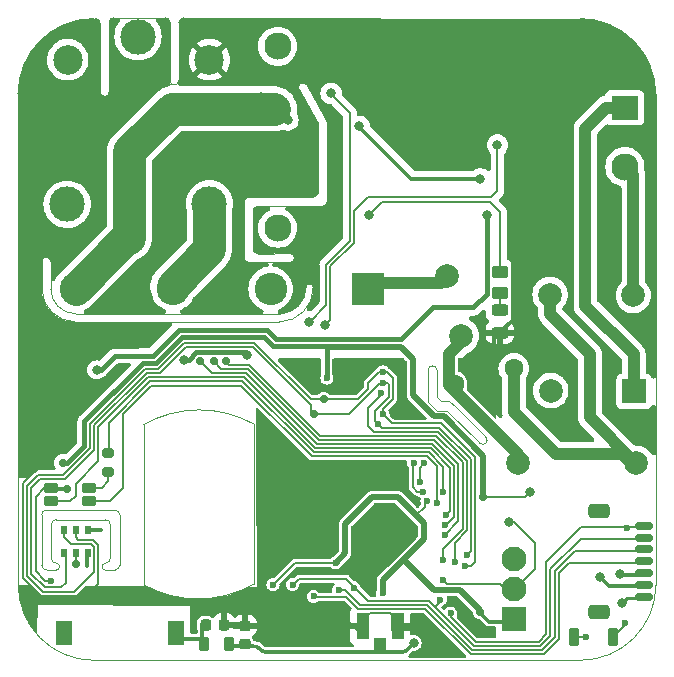
<source format=gbr>
%TF.GenerationSoftware,KiCad,Pcbnew,7.0.1*%
%TF.CreationDate,2023-04-03T11:39:16+02:00*%
%TF.ProjectId,smart_power_socket-54x54x1.6mm_3Cu,736d6172-745f-4706-9f77-65725f736f63,rev?*%
%TF.SameCoordinates,Original*%
%TF.FileFunction,Copper,L2,Bot*%
%TF.FilePolarity,Positive*%
%FSLAX46Y46*%
G04 Gerber Fmt 4.6, Leading zero omitted, Abs format (unit mm)*
G04 Created by KiCad (PCBNEW 7.0.1) date 2023-04-03 11:39:16*
%MOMM*%
%LPD*%
G01*
G04 APERTURE LIST*
G04 Aperture macros list*
%AMRoundRect*
0 Rectangle with rounded corners*
0 $1 Rounding radius*
0 $2 $3 $4 $5 $6 $7 $8 $9 X,Y pos of 4 corners*
0 Add a 4 corners polygon primitive as box body*
4,1,4,$2,$3,$4,$5,$6,$7,$8,$9,$2,$3,0*
0 Add four circle primitives for the rounded corners*
1,1,$1+$1,$2,$3*
1,1,$1+$1,$4,$5*
1,1,$1+$1,$6,$7*
1,1,$1+$1,$8,$9*
0 Add four rect primitives between the rounded corners*
20,1,$1+$1,$2,$3,$4,$5,0*
20,1,$1+$1,$4,$5,$6,$7,0*
20,1,$1+$1,$6,$7,$8,$9,0*
20,1,$1+$1,$8,$9,$2,$3,0*%
G04 Aperture macros list end*
%TA.AperFunction,SMDPad,CuDef*%
%ADD10RoundRect,0.243750X0.456250X-0.243750X0.456250X0.243750X-0.456250X0.243750X-0.456250X-0.243750X0*%
%TD*%
%TA.AperFunction,SMDPad,CuDef*%
%ADD11RoundRect,0.225000X-0.225000X-0.250000X0.225000X-0.250000X0.225000X0.250000X-0.225000X0.250000X0*%
%TD*%
%TA.AperFunction,SMDPad,CuDef*%
%ADD12R,1.400000X2.100000*%
%TD*%
%TA.AperFunction,SMDPad,CuDef*%
%ADD13RoundRect,0.218750X-0.218750X-0.381250X0.218750X-0.381250X0.218750X0.381250X-0.218750X0.381250X0*%
%TD*%
%TA.AperFunction,SMDPad,CuDef*%
%ADD14RoundRect,0.150000X0.625000X-0.150000X0.625000X0.150000X-0.625000X0.150000X-0.625000X-0.150000X0*%
%TD*%
%TA.AperFunction,SMDPad,CuDef*%
%ADD15RoundRect,0.250000X0.650000X-0.350000X0.650000X0.350000X-0.650000X0.350000X-0.650000X-0.350000X0*%
%TD*%
%TA.AperFunction,SMDPad,CuDef*%
%ADD16RoundRect,0.200000X-0.275000X0.200000X-0.275000X-0.200000X0.275000X-0.200000X0.275000X0.200000X0*%
%TD*%
%TA.AperFunction,ComponentPad*%
%ADD17C,1.600000*%
%TD*%
%TA.AperFunction,ComponentPad*%
%ADD18C,3.000000*%
%TD*%
%TA.AperFunction,ComponentPad*%
%ADD19C,2.500000*%
%TD*%
%TA.AperFunction,SMDPad,CuDef*%
%ADD20RoundRect,0.200000X-0.200000X-0.600000X0.200000X-0.600000X0.200000X0.600000X-0.200000X0.600000X0*%
%TD*%
%TA.AperFunction,SMDPad,CuDef*%
%ADD21RoundRect,0.037100X0.227900X-0.317900X0.227900X0.317900X-0.227900X0.317900X-0.227900X-0.317900X0*%
%TD*%
%TA.AperFunction,ComponentPad*%
%ADD22C,2.010000*%
%TD*%
%TA.AperFunction,SMDPad,CuDef*%
%ADD23RoundRect,0.124800X0.475200X0.275200X-0.475200X0.275200X-0.475200X-0.275200X0.475200X-0.275200X0*%
%TD*%
%TA.AperFunction,ComponentPad*%
%ADD24R,2.743200X2.743200*%
%TD*%
%TA.AperFunction,ComponentPad*%
%ADD25C,2.743200*%
%TD*%
%TA.AperFunction,ComponentPad*%
%ADD26R,2.000000X2.000000*%
%TD*%
%TA.AperFunction,ComponentPad*%
%ADD27C,2.000000*%
%TD*%
%TA.AperFunction,SMDPad,CuDef*%
%ADD28R,1.100000X2.250000*%
%TD*%
%TA.AperFunction,SMDPad,CuDef*%
%ADD29R,1.050000X1.100000*%
%TD*%
%TA.AperFunction,ComponentPad*%
%ADD30R,2.300000X2.000000*%
%TD*%
%TA.AperFunction,ComponentPad*%
%ADD31C,2.300000*%
%TD*%
%TA.AperFunction,ComponentPad*%
%ADD32R,2.100000X2.100000*%
%TD*%
%TA.AperFunction,ComponentPad*%
%ADD33C,2.100000*%
%TD*%
%TA.AperFunction,SMDPad,CuDef*%
%ADD34RoundRect,0.225000X0.250000X-0.225000X0.250000X0.225000X-0.250000X0.225000X-0.250000X-0.225000X0*%
%TD*%
%TA.AperFunction,SMDPad,CuDef*%
%ADD35RoundRect,0.250000X0.450000X-0.262500X0.450000X0.262500X-0.450000X0.262500X-0.450000X-0.262500X0*%
%TD*%
%TA.AperFunction,ViaPad*%
%ADD36C,0.700000*%
%TD*%
%TA.AperFunction,ViaPad*%
%ADD37C,0.600000*%
%TD*%
%TA.AperFunction,ViaPad*%
%ADD38C,0.800000*%
%TD*%
%TA.AperFunction,Conductor*%
%ADD39C,0.510000*%
%TD*%
%TA.AperFunction,Conductor*%
%ADD40C,0.200000*%
%TD*%
%TA.AperFunction,Conductor*%
%ADD41C,0.250000*%
%TD*%
%TA.AperFunction,Conductor*%
%ADD42C,0.300000*%
%TD*%
%TA.AperFunction,Conductor*%
%ADD43C,0.150000*%
%TD*%
%TA.AperFunction,Conductor*%
%ADD44C,0.400000*%
%TD*%
%TA.AperFunction,Conductor*%
%ADD45C,0.320000*%
%TD*%
%TA.AperFunction,Conductor*%
%ADD46C,1.000000*%
%TD*%
%TA.AperFunction,Conductor*%
%ADD47C,2.800000*%
%TD*%
%TA.AperFunction,Profile*%
%ADD48C,0.100000*%
%TD*%
G04 APERTURE END LIST*
D10*
%TO.P,HLD2,1,K*%
%TO.N,GND*%
X154834924Y-96659500D03*
%TO.P,HLD2,2,A*%
%TO.N,Net-(HLD2-A)*%
X154834924Y-94784500D03*
%TD*%
D11*
%TO.P,EC6,1*%
%TO.N,Net-(ANT1-Pad1)*%
X129925000Y-121420000D03*
%TO.P,EC6,2*%
%TO.N,GND*%
X131475000Y-121420000D03*
%TD*%
D12*
%TO.P,ANT1,1,1*%
%TO.N,Net-(ANT1-Pad1)*%
X127400000Y-122130000D03*
%TO.P,ANT1,2,2*%
%TO.N,unconnected-(ANT1-Pad2)*%
X117900000Y-122130000D03*
%TD*%
D13*
%TO.P,EL1,1,1*%
%TO.N,Net-(ANT1-Pad1)*%
X129757500Y-123030000D03*
%TO.P,EL1,2,2*%
%TO.N,ESP_LNA_RF*%
X131882500Y-123030000D03*
%TD*%
D14*
%TO.P,J1,1,Pin_1*%
%TO.N,GND*%
X167080000Y-119030000D03*
%TO.P,J1,2,Pin_2*%
%TO.N,USB_5V0F*%
X167080000Y-118030000D03*
%TO.P,J1,3,Pin_3*%
%TO.N,3V3*%
X167080000Y-117030000D03*
%TO.P,J1,4,Pin_4*%
%TO.N,TXD0*%
X167080000Y-116030000D03*
%TO.P,J1,5,Pin_5*%
%TO.N,RXD0*%
X167080000Y-115030000D03*
%TO.P,J1,6,Pin_6*%
%TO.N,ESP_GPIO0_BOOT-DTR*%
X167080000Y-114030000D03*
%TO.P,J1,7,Pin_7*%
%TO.N,CHIP_EN*%
X167080000Y-113030000D03*
D15*
%TO.P,J1,MP*%
%TO.N,N/C*%
X163205000Y-120330000D03*
X163205000Y-111730000D03*
%TD*%
D16*
%TO.P,LR1,1*%
%TO.N,LED_R_IO35*%
X121660000Y-106855000D03*
%TO.P,LR1,2*%
%TO.N,Net-(LED1-RA)*%
X121660000Y-108505000D03*
%TD*%
D17*
%TO.P,HLV1,1*%
%TO.N,Net-(HLC2-Pad1)*%
X151019924Y-101002000D03*
%TO.P,HLV1,2*%
%TO.N,LINE_IN*%
X156019924Y-99702000D03*
%TD*%
D18*
%TO.P,Relay1,1*%
%TO.N,Net-(ACS1-IP--Pad3)*%
X124194924Y-71607000D03*
D19*
%TO.P,Relay1,2*%
%TO.N,GND*%
X130244924Y-73557000D03*
D18*
%TO.P,Relay1,3*%
%TO.N,LINE_OUT*%
X130244924Y-85757000D03*
%TO.P,Relay1,4*%
%TO.N,unconnected-(Relay1-Pad4)*%
X118194924Y-85807000D03*
D19*
%TO.P,Relay1,5*%
%TO.N,Net-(HLD3-K)*%
X118244924Y-73557000D03*
%TD*%
D20*
%TO.P,RST1,1,1*%
%TO.N,GND*%
X161095000Y-122445000D03*
%TO.P,RST1,2,2*%
%TO.N,CHIP_EN*%
X164435000Y-122445000D03*
%TD*%
D21*
%TO.P,U4,1,NC*%
%TO.N,unconnected-(U4-NC-Pad1)*%
X119940000Y-115320000D03*
%TO.P,U4,2,VDD*%
%TO.N,3V3*%
X118940000Y-115320000D03*
%TO.P,U4,3,SCL*%
%TO.N,GPIO9_I2C_SCL*%
X117940000Y-115320000D03*
%TO.P,U4,4,SDA*%
%TO.N,GPIO8_I2C_SDA*%
X117940000Y-113350000D03*
%TO.P,U4,5,GND*%
%TO.N,GND*%
X118940000Y-113350000D03*
%TO.P,U4,6,NC*%
%TO.N,unconnected-(U4-NC-Pad6)*%
X119940000Y-113350000D03*
%TD*%
D22*
%TO.P,PF1,1*%
%TO.N,Net-(HLC2-Pad1)*%
X151579924Y-96952000D03*
%TO.P,PF1,2*%
%TO.N,/AC_220_IN*%
X150379924Y-91852000D03*
%TD*%
D23*
%TO.P,LED1,1,GA*%
%TO.N,LED_G_IO38*%
X120040000Y-110950000D03*
%TO.P,LED1,2,BA*%
%TO.N,LED_B_IO34*%
X116860000Y-110960000D03*
%TO.P,LED1,3,RA*%
%TO.N,Net-(LED1-RA)*%
X120040000Y-109810000D03*
%TO.P,LED1,4,K*%
%TO.N,3V3*%
X116850000Y-109840000D03*
%TD*%
D24*
%TO.P,J3,01,01*%
%TO.N,/AC_220_IN*%
X143677924Y-92956000D03*
D25*
%TO.P,J3,02,02*%
%TO.N,LINE_IN*%
X135422924Y-92956000D03*
%TO.P,J3,03,03*%
%TO.N,LINE_OUT*%
X127167924Y-92956000D03*
%TO.P,J3,04,04*%
%TO.N,LINE_IN*%
X118912924Y-92956000D03*
%TD*%
D26*
%TO.P,HLL2,1,1*%
%TO.N,Net-(HiLink1-AC_N)*%
X166205549Y-101650750D03*
D27*
%TO.P,HLL2,2,2*%
%TO.N,Net-(HLC2-Pad1)*%
X159138049Y-101578250D03*
%TO.P,HLL2,3,3*%
%TO.N,Net-(HiLink1-AC_L)*%
X166135549Y-93522750D03*
%TO.P,HLL2,4,4*%
%TO.N,LINE_IN*%
X159088049Y-93445250D03*
%TD*%
D28*
%TO.P,J4,1,GND*%
%TO.N,GND*%
X146190000Y-121510000D03*
%TO.P,J4,2,GND*%
X143240000Y-121510000D03*
D29*
%TO.P,J4,3,SIG*%
%TO.N,ESP_LNA_RF*%
X144715000Y-123060000D03*
%TD*%
D30*
%TO.P,HiLink1,1,AC_N*%
%TO.N,Net-(HiLink1-AC_N)*%
X165422424Y-77622000D03*
D31*
%TO.P,HiLink1,2,AC_L*%
%TO.N,Net-(HiLink1-AC_L)*%
X165422424Y-82622000D03*
%TO.P,HiLink1,3,DC-*%
%TO.N,GND3*%
X136022424Y-72422000D03*
%TO.P,HiLink1,4,DC+*%
%TO.N,Net-(HiLink1-DC+)*%
X136022424Y-87822000D03*
%TD*%
D32*
%TO.P,TEMPDS1,1,Pin_1*%
%TO.N,3V3*%
X156040000Y-120890000D03*
D33*
%TO.P,TEMPDS1,2,Pin_2*%
%TO.N,DS_TEMP_IO01*%
X156040000Y-118350000D03*
%TO.P,TEMPDS1,3,Pin_3*%
%TO.N,GND*%
X156040000Y-115810000D03*
%TD*%
D34*
%TO.P,EC9,1*%
%TO.N,ESP_LNA_RF*%
X133260000Y-123055000D03*
%TO.P,EC9,2*%
%TO.N,GND*%
X133260000Y-121505000D03*
%TD*%
D35*
%TO.P,HLR1,1*%
%TO.N,Net-(HLD2-A)*%
X154854924Y-93334500D03*
%TO.P,HLR1,2*%
%TO.N,Net-(HiLink1-DC+)*%
X154854924Y-91509500D03*
%TD*%
D27*
%TO.P,HLC2,1*%
%TO.N,Net-(HLC2-Pad1)*%
X156390000Y-107740000D03*
%TO.P,HLC2,2*%
%TO.N,LINE_IN*%
X166390000Y-107740000D03*
%TD*%
D36*
%TO.N,3V3*%
X117830000Y-107680000D03*
D37*
X116840000Y-117665500D03*
X140938924Y-116158924D03*
D36*
X153135152Y-120314949D03*
X118930000Y-116300000D03*
D37*
X135620000Y-118014500D03*
D38*
X157399924Y-110152000D03*
X165000000Y-117090000D03*
D37*
X148670477Y-110897313D03*
D36*
X118210000Y-109890000D03*
X153429924Y-110617924D03*
D37*
X140190000Y-100520000D03*
X144915000Y-118715000D03*
D38*
%TO.N,GND*%
X165200000Y-119560000D03*
X147055152Y-113634949D03*
X146005152Y-112654949D03*
X145785152Y-114994949D03*
X155709924Y-82052000D03*
X144788924Y-113868924D03*
X133430000Y-98539500D03*
D37*
X151701933Y-120135449D03*
D38*
X118929924Y-100132000D03*
X143585152Y-112714949D03*
D37*
X114720000Y-95450000D03*
D38*
X148009924Y-77522000D03*
X153350000Y-99220000D03*
X143425000Y-115185000D03*
D36*
X120240000Y-118550000D03*
D38*
X117169924Y-102142000D03*
X144435152Y-116234949D03*
D37*
X154000000Y-122022000D03*
X141210000Y-119634500D03*
D38*
X144544924Y-77452000D03*
X128081944Y-99011944D03*
D37*
X141120000Y-99900000D03*
D38*
X144945152Y-111754949D03*
D37*
X142938924Y-101138924D03*
X162090000Y-122400000D03*
D38*
%TO.N,5V0*%
X153729924Y-86682000D03*
X153179924Y-83642000D03*
X120690000Y-99820000D03*
X142924924Y-79202000D03*
D37*
%TO.N,RXD0*%
X141190424Y-118450000D03*
%TO.N,TXD0*%
X139069924Y-119002000D03*
%TO.N,CHIP_EN*%
X150677708Y-120422292D03*
X165590000Y-113180000D03*
X165460000Y-121270000D03*
%TO.N,Net-(ESP32S1-GPIO16{slash}ADC2_CH5{slash}XTAL_32K_N)*%
X148435378Y-107730500D03*
X148034500Y-109282100D03*
%TO.N,Net-(ESP32S1-GPIO15{slash}ADC2_CH4{slash}XTAL_32K_P)*%
X147532059Y-107730500D03*
X148320477Y-110140000D03*
%TO.N,ESP_GPIO0_BOOT-DTR*%
X142463201Y-118275125D03*
X149781233Y-119278767D03*
X137300000Y-118014500D03*
%TO.N,GPIO8_I2C_SDA*%
X144946089Y-103593911D03*
X144940000Y-100010000D03*
D36*
X139930000Y-102300000D03*
D37*
X151850000Y-116430000D03*
%TO.N,GPIO9_I2C_SCL*%
X152052820Y-115477181D03*
X144951549Y-100909429D03*
X144523103Y-104395500D03*
D36*
X139100000Y-103530000D03*
D38*
%TO.N,LINE_IN*%
X135770000Y-78450000D03*
X134640000Y-76740000D03*
X136890000Y-78680000D03*
X136520000Y-77590000D03*
X135600000Y-76870000D03*
X135020000Y-77640000D03*
D37*
%TO.N,LED_B_IO34*%
X150297198Y-112135269D03*
%TO.N,LED_R_IO35*%
X150049652Y-110190000D03*
%TO.N,LED_G_IO38*%
X149475152Y-111134949D03*
D38*
%TO.N,Net-(HiLink1-DC+)*%
X143739924Y-86702000D03*
D37*
%TO.N,RELAY_EN_IO37*%
X150220000Y-112932685D03*
D36*
X129460000Y-99089500D03*
%TO.N,ACS_HALL_IO36*%
X130610000Y-99089500D03*
D38*
X138679924Y-95762000D03*
D37*
X150150000Y-113790000D03*
D38*
X140549924Y-76412000D03*
%TO.N,USB_5V0F*%
X163285000Y-117375000D03*
%TO.N,DS_TEMP_IO01*%
X155599924Y-112722000D03*
D37*
X150050000Y-117650000D03*
%TO.N,IMU_CS_IO06*%
X144805500Y-101808636D03*
X151000000Y-116050000D03*
D36*
%TO.N,BUZZER_IO07*%
X131650000Y-99089500D03*
D38*
X140070000Y-95990000D03*
D37*
X150000000Y-115960000D03*
D38*
X154629924Y-80792000D03*
%TO.N,ESP_LNA_RF*%
X147557952Y-122937952D03*
%TD*%
D39*
%TO.N,3V3*%
X141735152Y-112834949D02*
X141735152Y-115362696D01*
D40*
X148670477Y-110897313D02*
X148485152Y-111082638D01*
D41*
X153135152Y-120377228D02*
X153135152Y-120314949D01*
D42*
X155878000Y-121142000D02*
X153899924Y-121142000D01*
D43*
X116840000Y-117665500D02*
X116355500Y-117665500D01*
X135620000Y-118014500D02*
X137475576Y-116158924D01*
D39*
X147755000Y-112145000D02*
X147360000Y-111750000D01*
D40*
X153448924Y-110598924D02*
X156953000Y-110598924D01*
D44*
X134861752Y-97040000D02*
X127933274Y-97040000D01*
D43*
X118930000Y-116300000D02*
X118940000Y-116290000D01*
D40*
X147795000Y-112145000D02*
X147755000Y-112145000D01*
X153429924Y-110617924D02*
X153448924Y-110598924D01*
D39*
X146204949Y-110594949D02*
X143975152Y-110594949D01*
X149250000Y-103740000D02*
X150090000Y-103740000D01*
X149290000Y-118470000D02*
X146675051Y-115855050D01*
D42*
X153899924Y-121142000D02*
X153135152Y-120377228D01*
D44*
X119665000Y-106233248D02*
X118218248Y-107680000D01*
D39*
X153429924Y-110617924D02*
X153408924Y-110638924D01*
X153135152Y-120314949D02*
X153135152Y-120165152D01*
X150090000Y-103740000D02*
X153429924Y-107079924D01*
X147360000Y-111750000D02*
X146204949Y-110594949D01*
X140090000Y-97890000D02*
X146457924Y-97890000D01*
D42*
X116900000Y-109890000D02*
X116850000Y-109840000D01*
D39*
X144915000Y-117615000D02*
X144915000Y-118715000D01*
D44*
X127933274Y-97040000D02*
X125718274Y-99255000D01*
D43*
X137475576Y-116158924D02*
X140938924Y-116158924D01*
D42*
X118210000Y-109890000D02*
X116900000Y-109890000D01*
D39*
X145670000Y-116860000D02*
X148055000Y-114475000D01*
D43*
X115520000Y-110580000D02*
X116260000Y-109840000D01*
X116260000Y-109840000D02*
X116850000Y-109840000D01*
D39*
X146457924Y-97890000D02*
X147459924Y-98892000D01*
D44*
X140190000Y-100520000D02*
X140170000Y-100500000D01*
X140035000Y-97835000D02*
X135656752Y-97835000D01*
D39*
X145670000Y-116860000D02*
X144915000Y-117615000D01*
D40*
X148485152Y-111082638D02*
X148485152Y-111412696D01*
D44*
X119665000Y-104183353D02*
X119665000Y-106233248D01*
D39*
X151440000Y-118470000D02*
X149290000Y-118470000D01*
D44*
X135656752Y-97835000D02*
X134861752Y-97040000D01*
D39*
X148405000Y-112795000D02*
X148405000Y-114125000D01*
D41*
X156130000Y-120890000D02*
X155878000Y-121142000D01*
D39*
X141735152Y-115362696D02*
X140938924Y-116158924D01*
X143975152Y-110594949D02*
X141735152Y-112834949D01*
D44*
X140170000Y-100500000D02*
X140170000Y-97970000D01*
D42*
X166845000Y-117160000D02*
X165050000Y-117160000D01*
D43*
X118940000Y-116290000D02*
X118940000Y-115320000D01*
D39*
X147360000Y-111750000D02*
X148405000Y-112795000D01*
D43*
X115520000Y-116830000D02*
X115520000Y-110580000D01*
D39*
X147459924Y-101949924D02*
X149250000Y-103740000D01*
D44*
X140170000Y-97970000D02*
X140035000Y-97835000D01*
D43*
X116355500Y-117665500D02*
X115520000Y-116830000D01*
D40*
X156953000Y-110598924D02*
X157399924Y-110152000D01*
D44*
X118218248Y-107680000D02*
X117830000Y-107680000D01*
X124593351Y-99255000D02*
X119665000Y-104183353D01*
D40*
X148485152Y-111412696D02*
X147758924Y-112138924D01*
D42*
X165050000Y-117160000D02*
X165040000Y-117150000D01*
D40*
X147755000Y-112115000D02*
X147755000Y-112145000D01*
D39*
X148055000Y-114475000D02*
X148405000Y-114125000D01*
X147459924Y-98892000D02*
X147459924Y-101949924D01*
D44*
X125718274Y-99255000D02*
X124593351Y-99255000D01*
D39*
X153429924Y-107079924D02*
X153429924Y-110617924D01*
X153135152Y-120165152D02*
X151440000Y-118470000D01*
D43*
%TO.N,GND*%
X118940000Y-113990000D02*
X118940000Y-113350000D01*
X120240000Y-118550000D02*
X120830000Y-117960000D01*
D41*
X154000000Y-122022000D02*
X153339924Y-122022000D01*
D40*
X120240000Y-118550000D02*
X119640000Y-119150000D01*
X116120000Y-119150000D02*
X114445000Y-117475000D01*
D42*
X155919924Y-95574500D02*
X155919924Y-82262000D01*
D40*
X143425000Y-115185000D02*
X143425000Y-114995000D01*
X143881578Y-120437000D02*
X145521486Y-120437000D01*
D44*
X118929924Y-100132000D02*
X119077541Y-99984383D01*
X114720000Y-95450000D02*
X118929924Y-99659924D01*
D45*
X143425000Y-115335000D02*
X143425000Y-115185000D01*
X131200000Y-121380000D02*
X133095000Y-121380000D01*
D44*
X128081944Y-99011944D02*
X128476895Y-99011944D01*
D43*
X120830000Y-114645026D02*
X120374974Y-114190000D01*
D40*
X143488924Y-115108924D02*
X146088924Y-112508924D01*
X114445000Y-117475000D02*
X114445000Y-109425000D01*
X145703064Y-120618578D02*
X145703064Y-121810000D01*
X144614924Y-77522000D02*
X144544924Y-77452000D01*
D42*
X154360000Y-97134424D02*
X155919924Y-95574500D01*
D40*
X145703064Y-121810000D02*
X147990000Y-121810000D01*
D41*
X153339924Y-122022000D02*
X151701933Y-120384009D01*
D40*
X141120000Y-99900000D02*
X142590000Y-99900000D01*
D42*
X153350000Y-99220000D02*
X154360000Y-98210000D01*
D43*
X120830000Y-117960000D02*
X120830000Y-114645026D01*
D40*
X142590000Y-99900000D02*
X142938924Y-100248924D01*
D43*
X120374974Y-114190000D02*
X119140000Y-114190000D01*
D42*
X155919924Y-82262000D02*
X155709924Y-82052000D01*
D40*
X144915152Y-111494949D02*
X147055152Y-113634949D01*
D42*
X154360000Y-98210000D02*
X154360000Y-97134424D01*
D44*
X117169924Y-104360076D02*
X117169924Y-102142000D01*
D41*
X151701933Y-120384009D02*
X151701933Y-120135449D01*
D40*
X144665000Y-116215000D02*
X144305000Y-116215000D01*
D41*
X166845000Y-119160000D02*
X165600000Y-119160000D01*
X165600000Y-119160000D02*
X165200000Y-119560000D01*
D43*
X162090000Y-122400000D02*
X162045000Y-122445000D01*
D44*
X129148839Y-98340000D02*
X133230500Y-98340000D01*
D40*
X141210000Y-120320000D02*
X142700000Y-121810000D01*
X147990000Y-121810000D02*
X149090000Y-122910000D01*
X143225000Y-121810000D02*
X143700000Y-121335000D01*
X142700000Y-121810000D02*
X143225000Y-121810000D01*
D45*
X143988924Y-115958924D02*
X144048924Y-115958924D01*
D40*
X144665000Y-116405000D02*
X144665000Y-116215000D01*
X145521486Y-120437000D02*
X145703064Y-120618578D01*
D45*
X133095000Y-121380000D02*
X133160000Y-121445000D01*
D40*
X141210000Y-119634500D02*
X141210000Y-120320000D01*
D43*
X119140000Y-114190000D02*
X118940000Y-113990000D01*
D44*
X133230500Y-98340000D02*
X133430000Y-98539500D01*
D40*
X119640000Y-119150000D02*
X116120000Y-119150000D01*
X143700000Y-120618578D02*
X143881578Y-120437000D01*
X141210000Y-119634500D02*
X141210000Y-119871924D01*
D45*
X144048924Y-115958924D02*
X143425000Y-115335000D01*
D40*
X145815000Y-114965000D02*
X143385000Y-112535000D01*
X149090000Y-122910000D02*
X149090000Y-123340000D01*
X143700000Y-121335000D02*
X143700000Y-120618578D01*
D42*
X148009924Y-77522000D02*
X144614924Y-77522000D01*
D45*
X144305000Y-116215000D02*
X144048924Y-115958924D01*
D44*
X128476895Y-99011944D02*
X129148839Y-98340000D01*
D40*
X146045000Y-114965000D02*
X145815000Y-114965000D01*
D44*
X116030000Y-105500000D02*
X117169924Y-104360076D01*
D41*
X151701933Y-120135449D02*
X151565152Y-120272230D01*
D43*
X162045000Y-122445000D02*
X161095000Y-122445000D01*
D40*
X114445000Y-109425000D02*
X116030000Y-107840000D01*
X144885152Y-111494949D02*
X144915152Y-111494949D01*
X142938924Y-100248924D02*
X142938924Y-101148924D01*
D44*
X116030000Y-107840000D02*
X116030000Y-105500000D01*
X118929924Y-99659924D02*
X118929924Y-100132000D01*
D42*
%TO.N,5V0*%
X147319924Y-83642000D02*
X153179924Y-83642000D01*
X142924924Y-79202000D02*
X142924924Y-79247000D01*
X142924924Y-79247000D02*
X147319924Y-83642000D01*
D44*
X135110280Y-96440000D02*
X135905280Y-97235000D01*
X135905280Y-97235000D02*
X146486924Y-97235000D01*
X149179924Y-94542000D02*
X152549924Y-94542000D01*
X121040000Y-99820000D02*
X122210000Y-98650000D01*
X146486924Y-97235000D02*
X149179924Y-94542000D01*
X120690000Y-99820000D02*
X121040000Y-99820000D01*
X122210000Y-98650000D02*
X125474747Y-98650000D01*
X125474747Y-98650000D02*
X127684747Y-96440000D01*
X153729924Y-93362000D02*
X153729924Y-90082000D01*
X127684747Y-96440000D02*
X135110280Y-96440000D01*
X153729924Y-90062000D02*
X153729924Y-86682000D01*
X153729924Y-86682000D02*
X153739924Y-86672000D01*
X152549924Y-94542000D02*
X153729924Y-93362000D01*
D43*
%TO.N,RXD0*%
X161164974Y-115160000D02*
X166845000Y-115160000D01*
X159470000Y-122479948D02*
X159470000Y-116854974D01*
X158399948Y-123550000D02*
X159470000Y-122479948D01*
X152497976Y-123550000D02*
X158399948Y-123550000D01*
X159470000Y-116854974D02*
X161164974Y-115160000D01*
X142986974Y-119712000D02*
X148659976Y-119712000D01*
X148659976Y-119712000D02*
X152497976Y-123550000D01*
X141724974Y-118450000D02*
X142986974Y-119712000D01*
X141190424Y-118450000D02*
X141724974Y-118450000D01*
%TO.N,TXD0*%
X160659948Y-116160000D02*
X166845000Y-116160000D01*
X152353002Y-123900000D02*
X158544922Y-123900000D01*
X159820000Y-116999948D02*
X160659948Y-116160000D01*
X158544922Y-123900000D02*
X159820000Y-122624922D01*
X142842000Y-120062000D02*
X148515002Y-120062000D01*
X139127924Y-119060000D02*
X141840000Y-119060000D01*
X141840000Y-119060000D02*
X142842000Y-120062000D01*
X139069924Y-119002000D02*
X139127924Y-119060000D01*
X148515002Y-120062000D02*
X152353002Y-123900000D01*
X159820000Y-122624922D02*
X159820000Y-116999948D01*
X139069924Y-119002000D02*
X139189924Y-119122000D01*
%TO.N,CHIP_EN*%
X150677708Y-120422292D02*
X150677708Y-120739784D01*
X161690000Y-113160000D02*
X166845000Y-113160000D01*
X158110000Y-122850000D02*
X158770000Y-122190000D01*
X152787924Y-122850000D02*
X158110000Y-122850000D01*
X150677708Y-120739784D02*
X152787924Y-122850000D01*
X164435000Y-122445000D02*
X165440000Y-121440000D01*
X158770000Y-116080000D02*
X161690000Y-113160000D01*
X165440000Y-121440000D02*
X165440000Y-121340000D01*
X158770000Y-122190000D02*
X158770000Y-116080000D01*
%TO.N,Net-(ESP32S1-GPIO16{slash}ADC2_CH5{slash}XTAL_32K_N)*%
X148034500Y-108131378D02*
X148034500Y-109282100D01*
X148435378Y-107730500D02*
X148034500Y-108131378D01*
%TO.N,Net-(ESP32S1-GPIO15{slash}ADC2_CH4{slash}XTAL_32K_P)*%
X147460000Y-107802559D02*
X147460000Y-109770000D01*
X147460000Y-109770000D02*
X147830000Y-110140000D01*
X147532059Y-107730500D02*
X147460000Y-107802559D01*
X147830000Y-110140000D02*
X148320477Y-110140000D01*
%TO.N,ESP_GPIO0_BOOT-DTR*%
X137300000Y-118010000D02*
X137810000Y-117500000D01*
X152642950Y-123200000D02*
X158254974Y-123200000D01*
X148804950Y-119362000D02*
X148200000Y-119362000D01*
X137300000Y-118014500D02*
X137300000Y-118010000D01*
X137810000Y-117500000D02*
X141850000Y-117500000D01*
X141850000Y-117500000D02*
X143712000Y-119362000D01*
X148804950Y-119362000D02*
X152642950Y-123200000D01*
X143712000Y-119362000D02*
X148804950Y-119362000D01*
X159120000Y-116710000D02*
X161670000Y-114160000D01*
X159120000Y-122334974D02*
X159120000Y-116710000D01*
X161670000Y-114160000D02*
X166845000Y-114160000D01*
X149781233Y-119488767D02*
X149356475Y-119913525D01*
X158254974Y-123200000D02*
X159120000Y-122334974D01*
X149781233Y-119278767D02*
X149781233Y-119488767D01*
%TO.N,GPIO8_I2C_SDA*%
X151850000Y-116430000D02*
X152370000Y-116430000D01*
X124790103Y-99730000D02*
X120140000Y-104380104D01*
X145707678Y-104355500D02*
X144946089Y-103593911D01*
X114820000Y-109665026D02*
X114820000Y-117270000D01*
X145780000Y-100510000D02*
X145780000Y-102317848D01*
X139930000Y-102300000D02*
X139950000Y-102280000D01*
X138834974Y-102300000D02*
X134049974Y-97515000D01*
X120140000Y-106430000D02*
X117820000Y-108750000D01*
X114820000Y-117270000D02*
X116140000Y-118590000D01*
X142791924Y-102280000D02*
X143659924Y-101412000D01*
X117820000Y-108750000D02*
X115735026Y-108750000D01*
X143659924Y-101412000D02*
X143659924Y-100930076D01*
X143659924Y-100930076D02*
X144580000Y-100010000D01*
X139930000Y-102300000D02*
X138834974Y-102300000D01*
X144946089Y-103151759D02*
X144946089Y-103593911D01*
X118490000Y-114540000D02*
X117940000Y-113990000D01*
X139950000Y-102280000D02*
X142791924Y-102280000D01*
X145780000Y-102317848D02*
X144946089Y-103151759D01*
X125915026Y-99730000D02*
X124790103Y-99730000D01*
X144580000Y-100010000D02*
X145280000Y-100010000D01*
X120480000Y-114790000D02*
X120230000Y-114540000D01*
X120480000Y-116900000D02*
X120480000Y-114790000D01*
X152724652Y-116075348D02*
X152724652Y-107229729D01*
X117940000Y-113990000D02*
X117940000Y-113350000D01*
X116140000Y-118590000D02*
X118790000Y-118590000D01*
X115735026Y-108750000D02*
X114820000Y-109665026D01*
X145280000Y-100010000D02*
X145780000Y-100510000D01*
X120230000Y-114540000D02*
X118490000Y-114540000D01*
X120140000Y-104380104D02*
X120140000Y-106430000D01*
X134049974Y-97515000D02*
X128130025Y-97515000D01*
X118790000Y-118590000D02*
X120480000Y-116900000D01*
X128130025Y-97515000D02*
X125915026Y-99730000D01*
X149850422Y-104355500D02*
X145707678Y-104355500D01*
X152370000Y-116430000D02*
X152724652Y-116075348D01*
X152724652Y-107229729D02*
X149850422Y-104355500D01*
%TO.N,GPIO9_I2C_SCL*%
X144833103Y-104705500D02*
X149705448Y-104705500D01*
X145430000Y-102147848D02*
X145430000Y-101050000D01*
X144523103Y-104395500D02*
X144238924Y-104111321D01*
X117990000Y-109100000D02*
X115880000Y-109100000D01*
X152374652Y-115155349D02*
X152374652Y-107374704D01*
X117690000Y-118240000D02*
X118090000Y-117840000D01*
X128275000Y-97865000D02*
X126060000Y-100080000D01*
X126060000Y-100080000D02*
X124935077Y-100080000D01*
X149705448Y-104705500D02*
X152374652Y-107374704D01*
X144238924Y-104111321D02*
X144238924Y-103338924D01*
X145430000Y-101050000D02*
X145289429Y-100909429D01*
X115170000Y-109810000D02*
X115170000Y-117125026D01*
X120490000Y-106600000D02*
X117990000Y-109100000D01*
X139040000Y-103530000D02*
X138870000Y-103360000D01*
X145289429Y-100909429D02*
X144951549Y-100909429D01*
X142036898Y-103530000D02*
X139040000Y-103530000D01*
X115170000Y-117125026D02*
X116284974Y-118240000D01*
X138870000Y-102830000D02*
X133905000Y-97865000D01*
X118090000Y-115470000D02*
X117940000Y-115320000D01*
X138870000Y-103360000D02*
X138870000Y-102830000D01*
X115880000Y-109100000D02*
X115170000Y-109810000D01*
X120490000Y-104525078D02*
X120490000Y-106600000D01*
X118090000Y-117840000D02*
X118090000Y-115470000D01*
X116284974Y-118240000D02*
X117690000Y-118240000D01*
X144951549Y-100909429D02*
X144657469Y-100909429D01*
X144523103Y-104395500D02*
X144833103Y-104705500D01*
X144657469Y-100909429D02*
X142036898Y-103530000D01*
X124935077Y-100080000D02*
X120490000Y-104525078D01*
X144238924Y-103338924D02*
X145430000Y-102147848D01*
X133905000Y-97865000D02*
X128275000Y-97865000D01*
X152052820Y-115477181D02*
X152374652Y-115155349D01*
D46*
%TO.N,/AC_220_IN*%
X144263924Y-92482000D02*
X143642924Y-93103000D01*
X149889924Y-92482000D02*
X144263924Y-92482000D01*
X150444924Y-91927000D02*
X149889924Y-92482000D01*
%TO.N,Net-(HiLink1-AC_N)*%
X166164924Y-98497000D02*
X162074924Y-94407000D01*
X162074924Y-94407000D02*
X162074924Y-79397000D01*
X162074924Y-79397000D02*
X163849924Y-77622000D01*
X163849924Y-77622000D02*
X165422424Y-77622000D01*
X166164924Y-102042000D02*
X166164924Y-98497000D01*
%TO.N,Net-(HiLink1-AC_L)*%
X166135549Y-83335125D02*
X165422424Y-82622000D01*
X166135549Y-93522750D02*
X166135549Y-83335125D01*
D47*
%TO.N,LINE_IN*%
X123210924Y-88670000D02*
X118912924Y-92968000D01*
X123450000Y-88670000D02*
X123210924Y-88670000D01*
X135750000Y-77720000D02*
X132430000Y-77720000D01*
D46*
X166398924Y-107791000D02*
X162460000Y-103852076D01*
X156029924Y-103352000D02*
X159589924Y-106912000D01*
X165163924Y-106912000D02*
X166398924Y-108147000D01*
X166398924Y-108147000D02*
X166398924Y-107791000D01*
D47*
X123450000Y-81330000D02*
X123450000Y-88670000D01*
D46*
X156029924Y-99712000D02*
X156029924Y-103352000D01*
X162460000Y-103852076D02*
X162460000Y-98462076D01*
D47*
X127080000Y-77700000D02*
X123450000Y-81330000D01*
D46*
X162460000Y-98462076D02*
X159089924Y-95092000D01*
X159089924Y-95092000D02*
X159089924Y-93594500D01*
D47*
X132430000Y-77720000D02*
X132410000Y-77700000D01*
X132410000Y-77700000D02*
X127080000Y-77700000D01*
D46*
X159589924Y-106912000D02*
X165163924Y-106912000D01*
D47*
%TO.N,LINE_OUT*%
X127132924Y-92733000D02*
X130244924Y-89621000D01*
X130244924Y-89621000D02*
X130244924Y-85757000D01*
D43*
%TO.N,LED_B_IO34*%
X133185078Y-100430000D02*
X139210578Y-106455500D01*
X139210578Y-106455500D02*
X148963499Y-106455500D01*
X118920000Y-109450000D02*
X120840000Y-107530000D01*
X118460000Y-110960000D02*
X118920000Y-110500000D01*
X118920000Y-110500000D02*
X118920000Y-109450000D01*
X116580000Y-110960000D02*
X118460000Y-110960000D01*
X120840000Y-107530000D02*
X120840000Y-104670052D01*
X150624652Y-108116653D02*
X150624652Y-111807815D01*
X120840000Y-104670052D02*
X125080052Y-100430000D01*
X150624652Y-111807815D02*
X150297198Y-112135269D01*
X125080052Y-100430000D02*
X133185078Y-100430000D01*
X148963499Y-106455500D02*
X150624652Y-108116653D01*
%TO.N,LED_R_IO35*%
X139065604Y-106805500D02*
X148818526Y-106805500D01*
X121710000Y-106805000D02*
X121710000Y-104295026D01*
X150049652Y-108036627D02*
X150049652Y-110190000D01*
X121660000Y-106855000D02*
X121710000Y-106805000D01*
X133040104Y-100780000D02*
X139065604Y-106805500D01*
X121710000Y-104295026D02*
X125225026Y-100780000D01*
X125225026Y-100780000D02*
X133040104Y-100780000D01*
X148818526Y-106805500D02*
X150049652Y-108036627D01*
%TO.N,LED_G_IO38*%
X125310000Y-101190000D02*
X132955130Y-101190000D01*
X149475152Y-107957101D02*
X149475152Y-111134949D01*
X132955130Y-101190000D02*
X138920630Y-107155500D01*
X138920630Y-107155500D02*
X148673551Y-107155500D01*
X122950000Y-103550000D02*
X125310000Y-101190000D01*
X122950000Y-109820000D02*
X122950000Y-103550000D01*
X148673551Y-107155500D02*
X149475152Y-107957101D01*
X121820000Y-110950000D02*
X122950000Y-109820000D01*
X119760000Y-110950000D02*
X121820000Y-110950000D01*
D40*
%TO.N,Net-(HiLink1-DC+)*%
X154854924Y-91509500D02*
X154854924Y-86487000D01*
X154854924Y-86487000D02*
X153979924Y-85612000D01*
X153979924Y-85612000D02*
X144829924Y-85612000D01*
X144829924Y-85612000D02*
X143739924Y-86702000D01*
%TO.N,Net-(HLD2-A)*%
X154834924Y-94784500D02*
X154834924Y-93354500D01*
D43*
%TO.N,Net-(HLC2-Pad1)*%
X150595000Y-100115000D02*
X150595000Y-101585000D01*
D46*
X150564924Y-98477000D02*
X150564924Y-101077000D01*
X150564924Y-101077000D02*
X156398924Y-106911000D01*
X151644924Y-97027000D02*
X151644924Y-97397000D01*
D43*
X150595000Y-99985000D02*
X150595000Y-101585000D01*
D46*
X156398924Y-106911000D02*
X156398924Y-108147000D01*
X151644924Y-97397000D02*
X150564924Y-98477000D01*
D43*
%TO.N,Net-(LED1-RA)*%
X121120000Y-109810000D02*
X121660000Y-109270000D01*
X121660000Y-109270000D02*
X121660000Y-108505000D01*
X119760000Y-109810000D02*
X121120000Y-109810000D01*
%TO.N,RELAY_EN_IO37*%
X150312955Y-112932685D02*
X150220000Y-112932685D01*
X150974652Y-107971679D02*
X150974652Y-112270988D01*
X130450500Y-100080000D02*
X133330052Y-100080000D01*
X129460000Y-99089500D02*
X130450500Y-100080000D01*
X139355552Y-106105500D02*
X149108473Y-106105500D01*
X133330052Y-100080000D02*
X139355552Y-106105500D01*
X150974652Y-112270988D02*
X150312955Y-112932685D01*
X149108473Y-106105500D02*
X150974652Y-107971679D01*
%TO.N,ACS_HALL_IO36*%
X139500526Y-105755500D02*
X149253448Y-105755500D01*
X131250500Y-99730000D02*
X133475026Y-99730000D01*
X142139924Y-78049924D02*
X140549924Y-76459924D01*
X151324652Y-112641206D02*
X150175858Y-113790000D01*
X149253448Y-105755500D02*
X151324652Y-107826705D01*
X138679924Y-95762000D02*
X138728000Y-95762000D01*
X140140000Y-94350000D02*
X140140000Y-90905026D01*
X130610000Y-99089500D02*
X131250500Y-99730000D01*
X151324652Y-107826705D02*
X151324652Y-112641206D01*
X150175858Y-113790000D02*
X150150000Y-113790000D01*
X133475026Y-99730000D02*
X139500526Y-105755500D01*
X138728000Y-95762000D02*
X140140000Y-94350000D01*
X140549924Y-76459924D02*
X140549924Y-76412000D01*
X142139924Y-88905102D02*
X142139924Y-78049924D01*
X140140000Y-90905026D02*
X142139924Y-88905102D01*
D42*
%TO.N,USB_5V0F*%
X163285000Y-117375000D02*
X164070000Y-118160000D01*
X164070000Y-118160000D02*
X166845000Y-118160000D01*
D43*
%TO.N,DS_TEMP_IO01*%
X154847924Y-117940000D02*
X155257924Y-118350000D01*
X150340000Y-117940000D02*
X154847924Y-117940000D01*
D40*
X156072000Y-112722000D02*
X155599924Y-112722000D01*
D43*
X156319924Y-117642000D02*
X156319924Y-118160076D01*
D40*
X156130000Y-118350000D02*
X157830000Y-116650000D01*
X157830000Y-116650000D02*
X157830000Y-114480000D01*
X157830000Y-114480000D02*
X156072000Y-112722000D01*
D43*
X156319924Y-118160076D02*
X156130000Y-118350000D01*
X150050000Y-117650000D02*
X150340000Y-117940000D01*
%TO.N,IMU_CS_IO06*%
X144195500Y-105055500D02*
X149560474Y-105055500D01*
X143700000Y-103060000D02*
X143700000Y-104560000D01*
X152024652Y-113420322D02*
X151000000Y-114444974D01*
X151000000Y-114444974D02*
X151000000Y-116050000D01*
X144805500Y-101808636D02*
X144805500Y-101954500D01*
X143700000Y-104560000D02*
X144195500Y-105055500D01*
X152024652Y-107519678D02*
X152024652Y-113420322D01*
X144805500Y-101954500D02*
X143700000Y-103060000D01*
X149560474Y-105055500D02*
X152024652Y-107519678D01*
%TO.N,BUZZER_IO07*%
X139645500Y-105405500D02*
X133620000Y-99380000D01*
X150000000Y-114950000D02*
X151674652Y-113275348D01*
X149415500Y-105405500D02*
X139645500Y-105405500D01*
X151674652Y-113275348D02*
X151674652Y-107664652D01*
X143659924Y-85202000D02*
X154109924Y-85202000D01*
X154109924Y-85202000D02*
X154629924Y-84682000D01*
X140490000Y-95570000D02*
X140490000Y-91050000D01*
X150000000Y-115960000D02*
X150000000Y-114950000D01*
X131940500Y-99380000D02*
X131650000Y-99089500D01*
X140070000Y-95990000D02*
X140490000Y-95570000D01*
X140490000Y-91050000D02*
X142489924Y-89050076D01*
X133620000Y-99380000D02*
X131940500Y-99380000D01*
X142489924Y-86372000D02*
X143659924Y-85202000D01*
X142489924Y-89050076D02*
X142489924Y-86372000D01*
X151674652Y-107664652D02*
X149415500Y-105405500D01*
X154629924Y-84682000D02*
X154629924Y-80792000D01*
D42*
%TO.N,unconnected-(U4-NC-Pad1)*%
X119920000Y-115195000D02*
X119920000Y-116445000D01*
%TO.N,unconnected-(U4-NC-Pad6)*%
X119995000Y-113340000D02*
X121065000Y-113340000D01*
D45*
%TO.N,Net-(ANT1-Pad1)*%
X129650000Y-121380000D02*
X129650000Y-122980000D01*
X129440000Y-122590000D02*
X127120000Y-122590000D01*
X129650000Y-122980000D02*
X129600000Y-123030000D01*
X127260000Y-121990000D02*
X127260000Y-121850000D01*
%TO.N,ESP_LNA_RF*%
X134663553Y-123593553D02*
X134530893Y-123460893D01*
X133823786Y-123168000D02*
X132012576Y-123168000D01*
X146548797Y-123740000D02*
X135017107Y-123740000D01*
X147557952Y-122937952D02*
X146902350Y-123593554D01*
X134530900Y-123460886D02*
G75*
G03*
X133823786Y-123168000I-707100J-707114D01*
G01*
X134663550Y-123593556D02*
G75*
G03*
X135017107Y-123740000I353550J353556D01*
G01*
X146548797Y-123739998D02*
G75*
G03*
X146902350Y-123593554I3J499998D01*
G01*
%TD*%
%TA.AperFunction,Conductor*%
%TO.N,GND*%
G36*
X161548766Y-70077247D02*
G01*
X161549504Y-70077395D01*
X161627766Y-70077395D01*
X161635202Y-70077533D01*
X162102307Y-70095003D01*
X162117112Y-70096112D01*
X162577925Y-70148027D01*
X162592597Y-70150238D01*
X163048222Y-70236440D01*
X163062719Y-70239748D01*
X163510628Y-70359759D01*
X163524827Y-70364138D01*
X163962532Y-70517292D01*
X163976332Y-70522708D01*
X164401380Y-70708149D01*
X164414753Y-70714589D01*
X164767704Y-70901125D01*
X164824724Y-70931261D01*
X164837612Y-70938702D01*
X165230225Y-71185392D01*
X165242520Y-71193774D01*
X165615617Y-71469129D01*
X165627237Y-71478396D01*
X165960237Y-71764962D01*
X165978697Y-71780848D01*
X165989607Y-71790970D01*
X166317496Y-72118857D01*
X166327618Y-72129767D01*
X166630067Y-72481218D01*
X166639340Y-72492845D01*
X166914708Y-72865954D01*
X166923070Y-72878219D01*
X167169778Y-73270851D01*
X167177217Y-73283736D01*
X167351030Y-73612609D01*
X167393881Y-73693686D01*
X167400335Y-73707089D01*
X167424035Y-73761410D01*
X167585760Y-74132092D01*
X167591197Y-74145945D01*
X167744340Y-74583607D01*
X167748727Y-74597828D01*
X167868739Y-75045728D01*
X167872050Y-75060237D01*
X167958250Y-75515834D01*
X167960468Y-75530550D01*
X168012381Y-75991321D01*
X168013493Y-76006161D01*
X168030918Y-76471990D01*
X168031057Y-76479340D01*
X168038633Y-93507687D01*
X168035332Y-93522580D01*
X168038646Y-93537474D01*
X168041680Y-100357241D01*
X168026170Y-100434351D01*
X167981996Y-100499429D01*
X167916058Y-100542307D01*
X167838657Y-100556289D01*
X167761884Y-100539190D01*
X167697733Y-100493680D01*
X167656227Y-100426873D01*
X167649345Y-100408419D01*
X167563095Y-100293204D01*
X167447880Y-100206954D01*
X167313032Y-100156659D01*
X167294881Y-100149889D01*
X167227099Y-100107459D01*
X167181491Y-100041773D01*
X167165424Y-99963436D01*
X167165424Y-98512189D01*
X167165488Y-98507148D01*
X167167680Y-98420638D01*
X167167680Y-98420636D01*
X167157774Y-98365372D01*
X167155676Y-98350407D01*
X167155427Y-98347962D01*
X167149998Y-98294562D01*
X167142313Y-98270069D01*
X167136307Y-98245596D01*
X167131782Y-98220349D01*
X167131782Y-98220347D01*
X167110957Y-98168213D01*
X167105888Y-98153974D01*
X167089083Y-98100412D01*
X167080819Y-98085523D01*
X167076627Y-98077972D01*
X167065824Y-98055226D01*
X167056301Y-98031383D01*
X167037284Y-98002528D01*
X167025408Y-97984507D01*
X167017574Y-97971576D01*
X166990333Y-97922497D01*
X166973616Y-97903025D01*
X166958446Y-97882906D01*
X166956586Y-97880084D01*
X166944326Y-97861481D01*
X166904633Y-97821788D01*
X166894355Y-97810698D01*
X166873895Y-97786865D01*
X166857790Y-97768105D01*
X166845717Y-97758760D01*
X166837496Y-97752396D01*
X166818591Y-97735746D01*
X164978469Y-95895624D01*
X163133709Y-94050865D01*
X163090572Y-93986306D01*
X163075424Y-93910152D01*
X163075424Y-82622000D01*
X163766820Y-82622000D01*
X163787203Y-82881000D01*
X163847850Y-83133607D01*
X163947268Y-83373625D01*
X163947270Y-83373628D01*
X164083012Y-83595140D01*
X164251735Y-83792689D01*
X164449284Y-83961412D01*
X164670796Y-84097154D01*
X164910814Y-84196573D01*
X164944789Y-84204729D01*
X164982505Y-84213785D01*
X165061284Y-84252634D01*
X165115664Y-84321615D01*
X165135049Y-84407286D01*
X165135049Y-92316457D01*
X165121436Y-92388795D01*
X165082458Y-92451236D01*
X164947385Y-92597964D01*
X164811376Y-92806141D01*
X164711486Y-93033868D01*
X164650439Y-93274933D01*
X164629905Y-93522750D01*
X164650439Y-93770566D01*
X164711486Y-94011631D01*
X164811376Y-94239358D01*
X164947385Y-94447535D01*
X165115805Y-94630488D01*
X165312041Y-94783225D01*
X165402122Y-94831974D01*
X165530739Y-94901578D01*
X165765935Y-94982321D01*
X166011214Y-95023250D01*
X166259884Y-95023250D01*
X166505163Y-94982321D01*
X166740359Y-94901578D01*
X166959058Y-94783224D01*
X167155293Y-94630488D01*
X167323713Y-94447535D01*
X167459722Y-94239357D01*
X167559612Y-94011631D01*
X167620657Y-93770571D01*
X167620657Y-93770570D01*
X167620658Y-93770567D01*
X167628322Y-93678068D01*
X167641192Y-93522750D01*
X167629603Y-93382896D01*
X167620658Y-93274933D01*
X167590241Y-93154820D01*
X167559612Y-93033869D01*
X167459722Y-92806143D01*
X167434863Y-92768094D01*
X167378037Y-92681114D01*
X167323713Y-92597965D01*
X167269184Y-92538731D01*
X167188640Y-92451236D01*
X167149662Y-92388795D01*
X167136049Y-92316457D01*
X167136049Y-83350340D01*
X167136113Y-83345298D01*
X167138306Y-83258760D01*
X167128401Y-83203498D01*
X167126300Y-83188519D01*
X167120716Y-83133607D01*
X167120623Y-83132687D01*
X167112938Y-83108194D01*
X167106934Y-83083730D01*
X167102407Y-83058473D01*
X167081585Y-83006346D01*
X167076514Y-82992101D01*
X167065975Y-82958512D01*
X167057461Y-82883324D01*
X167057644Y-82880997D01*
X167057645Y-82880994D01*
X167078028Y-82622000D01*
X167057645Y-82363006D01*
X167057644Y-82363003D01*
X167057644Y-82362999D01*
X166996997Y-82110392D01*
X166996997Y-82110390D01*
X166897578Y-81870372D01*
X166761836Y-81648860D01*
X166593113Y-81451311D01*
X166395564Y-81282588D01*
X166174052Y-81146846D01*
X166174049Y-81146844D01*
X165985317Y-81068669D01*
X165934034Y-81047427D01*
X165934032Y-81047426D01*
X165934031Y-81047426D01*
X165681424Y-80986779D01*
X165422424Y-80966396D01*
X165163423Y-80986779D01*
X164910816Y-81047426D01*
X164670798Y-81146844D01*
X164449282Y-81282589D01*
X164251735Y-81451311D01*
X164083013Y-81648858D01*
X163947268Y-81870374D01*
X163847850Y-82110392D01*
X163787203Y-82362999D01*
X163766820Y-82622000D01*
X163075424Y-82622000D01*
X163075424Y-79893849D01*
X163090572Y-79817695D01*
X163133710Y-79753135D01*
X163438904Y-79447941D01*
X163788613Y-79098230D01*
X163846659Y-79057928D01*
X163915130Y-79040452D01*
X163985391Y-79048006D01*
X164002918Y-79056779D01*
X164003285Y-79055797D01*
X164030092Y-79065795D01*
X164030093Y-79065796D01*
X164164941Y-79116091D01*
X164224551Y-79122500D01*
X166620296Y-79122499D01*
X166679907Y-79116091D01*
X166814755Y-79065796D01*
X166929970Y-78979546D01*
X167016220Y-78864331D01*
X167066515Y-78729483D01*
X167072924Y-78669873D01*
X167072923Y-76574128D01*
X167066515Y-76514517D01*
X167016220Y-76379669D01*
X166929970Y-76264454D01*
X166814755Y-76178204D01*
X166814754Y-76178203D01*
X166679908Y-76127909D01*
X166665004Y-76126306D01*
X166620297Y-76121500D01*
X166620294Y-76121500D01*
X164224552Y-76121500D01*
X164164939Y-76127909D01*
X164030094Y-76178203D01*
X163914878Y-76264454D01*
X163828628Y-76379668D01*
X163777980Y-76515461D01*
X163748703Y-76567969D01*
X163705082Y-76609337D01*
X163651098Y-76635791D01*
X163622995Y-76644608D01*
X163598541Y-76650611D01*
X163573272Y-76655141D01*
X163521144Y-76675963D01*
X163506904Y-76681033D01*
X163453335Y-76697841D01*
X163430887Y-76710300D01*
X163408140Y-76721102D01*
X163384308Y-76730622D01*
X163337437Y-76761511D01*
X163324514Y-76769340D01*
X163275424Y-76796588D01*
X163255943Y-76813312D01*
X163235839Y-76828470D01*
X163214404Y-76842598D01*
X163174701Y-76882299D01*
X163163617Y-76892571D01*
X163121030Y-76929131D01*
X163105316Y-76949432D01*
X163088669Y-76968332D01*
X161378241Y-78678761D01*
X161374634Y-78682279D01*
X161311868Y-78741943D01*
X161279800Y-78788016D01*
X161270701Y-78800084D01*
X161235226Y-78843592D01*
X161223337Y-78866351D01*
X161210292Y-78887882D01*
X161195628Y-78908951D01*
X161173487Y-78960543D01*
X161167005Y-78974192D01*
X161141016Y-79023947D01*
X161133954Y-79048626D01*
X161125509Y-79072343D01*
X161115384Y-79095937D01*
X161104084Y-79150923D01*
X161100481Y-79165601D01*
X161085036Y-79219581D01*
X161083087Y-79245179D01*
X161079589Y-79270123D01*
X161074424Y-79295259D01*
X161074424Y-79351383D01*
X161073850Y-79366492D01*
X161069587Y-79422476D01*
X161072830Y-79447941D01*
X161074424Y-79473080D01*
X161074424Y-94391770D01*
X161074360Y-94396811D01*
X161072166Y-94483361D01*
X161074525Y-94496521D01*
X161081920Y-94537784D01*
X161082070Y-94538617D01*
X161084170Y-94553590D01*
X161089849Y-94609438D01*
X161097534Y-94633931D01*
X161103537Y-94658388D01*
X161108065Y-94683652D01*
X161128890Y-94735786D01*
X161133960Y-94750028D01*
X161150764Y-94803587D01*
X161163220Y-94826028D01*
X161174025Y-94848780D01*
X161183546Y-94872617D01*
X161202158Y-94900856D01*
X161214443Y-94919497D01*
X161222258Y-94932396D01*
X161249515Y-94981502D01*
X161263353Y-94997621D01*
X161266234Y-95000977D01*
X161281400Y-95021091D01*
X161295522Y-95042519D01*
X161335225Y-95082222D01*
X161345478Y-95093285D01*
X161382058Y-95135895D01*
X161382060Y-95135897D01*
X161402350Y-95151602D01*
X161421256Y-95168253D01*
X165106138Y-98853135D01*
X165149276Y-98917695D01*
X165164424Y-98993849D01*
X165164424Y-99993741D01*
X165148357Y-100072078D01*
X165102749Y-100137765D01*
X165034970Y-100180191D01*
X164963218Y-100206954D01*
X164963217Y-100206954D01*
X164963216Y-100206955D01*
X164848003Y-100293204D01*
X164761752Y-100408419D01*
X164711458Y-100543265D01*
X164705049Y-100602879D01*
X164705049Y-102698621D01*
X164711458Y-102758234D01*
X164747606Y-102855152D01*
X164761753Y-102893081D01*
X164848003Y-103008296D01*
X164963218Y-103094546D01*
X165098066Y-103144841D01*
X165157676Y-103151250D01*
X167253421Y-103151249D01*
X167313032Y-103144841D01*
X167447880Y-103094546D01*
X167563095Y-103008296D01*
X167649345Y-102893081D01*
X167657377Y-102871545D01*
X167698867Y-102804755D01*
X167762989Y-102759248D01*
X167839732Y-102742130D01*
X167917115Y-102756074D01*
X167983056Y-102798901D01*
X168027262Y-102863927D01*
X168042830Y-102940999D01*
X168044574Y-106860591D01*
X168026725Y-106943054D01*
X167976312Y-107010708D01*
X167902398Y-107051394D01*
X167818270Y-107057798D01*
X167739050Y-107028768D01*
X167678978Y-106969523D01*
X167640921Y-106911272D01*
X167578164Y-106815215D01*
X167409744Y-106632262D01*
X167363044Y-106595914D01*
X167213507Y-106479524D01*
X166994810Y-106361172D01*
X166759616Y-106280429D01*
X166514335Y-106239500D01*
X166344772Y-106239500D01*
X166268618Y-106224352D01*
X166204058Y-106181214D01*
X163518786Y-103495942D01*
X163475648Y-103431382D01*
X163460500Y-103355228D01*
X163460500Y-98477266D01*
X163460564Y-98472225D01*
X163462756Y-98385715D01*
X163460419Y-98372676D01*
X163452851Y-98330452D01*
X163450753Y-98315485D01*
X163448930Y-98297555D01*
X163445074Y-98259638D01*
X163437386Y-98235137D01*
X163431385Y-98210685D01*
X163426858Y-98185423D01*
X163406033Y-98133289D01*
X163400964Y-98119050D01*
X163384159Y-98065488D01*
X163371706Y-98043053D01*
X163360900Y-98020302D01*
X163351377Y-97996459D01*
X163339341Y-97978196D01*
X163320484Y-97949583D01*
X163312650Y-97936652D01*
X163285409Y-97887573D01*
X163268692Y-97868101D01*
X163253522Y-97847982D01*
X163239401Y-97826556D01*
X163199710Y-97786865D01*
X163189431Y-97775774D01*
X163182847Y-97768105D01*
X163152866Y-97733181D01*
X163132572Y-97717472D01*
X163113667Y-97700822D01*
X160174762Y-94761918D01*
X160132421Y-94699254D01*
X160116518Y-94625316D01*
X160129352Y-94550785D01*
X160169065Y-94486428D01*
X160276213Y-94370035D01*
X160412222Y-94161857D01*
X160512112Y-93934131D01*
X160573157Y-93693071D01*
X160573157Y-93693069D01*
X160573158Y-93693066D01*
X160593692Y-93445250D01*
X160573158Y-93197433D01*
X160551288Y-93111072D01*
X160512112Y-92956369D01*
X160412222Y-92728643D01*
X160386251Y-92688892D01*
X160326845Y-92597964D01*
X160276213Y-92520465D01*
X160107793Y-92337512D01*
X160107792Y-92337511D01*
X159911556Y-92184774D01*
X159692859Y-92066422D01*
X159457665Y-91985679D01*
X159212384Y-91944750D01*
X158963714Y-91944750D01*
X158718432Y-91985679D01*
X158483238Y-92066422D01*
X158264541Y-92184774D01*
X158068305Y-92337511D01*
X157899885Y-92520464D01*
X157763876Y-92728641D01*
X157663986Y-92956368D01*
X157602939Y-93197433D01*
X157582405Y-93445250D01*
X157602939Y-93693066D01*
X157663986Y-93934131D01*
X157763876Y-94161858D01*
X157863042Y-94313642D01*
X157899885Y-94370035D01*
X158035947Y-94517838D01*
X158036834Y-94518801D01*
X158075811Y-94581242D01*
X158089424Y-94653580D01*
X158089424Y-95076770D01*
X158089360Y-95081811D01*
X158087166Y-95168361D01*
X158090950Y-95189470D01*
X158096341Y-95219553D01*
X158097070Y-95223617D01*
X158099170Y-95238590D01*
X158104849Y-95294438D01*
X158112534Y-95318931D01*
X158118537Y-95343388D01*
X158123065Y-95368652D01*
X158143890Y-95420786D01*
X158148960Y-95435028D01*
X158165764Y-95488587D01*
X158178220Y-95511028D01*
X158189025Y-95533780D01*
X158198546Y-95557617D01*
X158209175Y-95573744D01*
X158229443Y-95604497D01*
X158237258Y-95617396D01*
X158264515Y-95666502D01*
X158264517Y-95666504D01*
X158281234Y-95685977D01*
X158296400Y-95706091D01*
X158310522Y-95727519D01*
X158350225Y-95767222D01*
X158360478Y-95778285D01*
X158397058Y-95820895D01*
X158405383Y-95827339D01*
X158417355Y-95836606D01*
X158436259Y-95853256D01*
X161401214Y-98818210D01*
X161444352Y-98882770D01*
X161459500Y-98958924D01*
X161459500Y-103836846D01*
X161459436Y-103841887D01*
X161457242Y-103928437D01*
X161467146Y-103983693D01*
X161469246Y-103998666D01*
X161474925Y-104054514D01*
X161482610Y-104079007D01*
X161488613Y-104103464D01*
X161493141Y-104128728D01*
X161513966Y-104180862D01*
X161519036Y-104195104D01*
X161535840Y-104248663D01*
X161548296Y-104271104D01*
X161559101Y-104293856D01*
X161568622Y-104317693D01*
X161588784Y-104348285D01*
X161599519Y-104364573D01*
X161607334Y-104377472D01*
X161634591Y-104426578D01*
X161634593Y-104426580D01*
X161651310Y-104446053D01*
X161666476Y-104466167D01*
X161680598Y-104487595D01*
X161720301Y-104527298D01*
X161730554Y-104538361D01*
X161749131Y-104560000D01*
X161767136Y-104580973D01*
X161787426Y-104596678D01*
X161806332Y-104613329D01*
X162764789Y-105571786D01*
X162807927Y-105636346D01*
X162823075Y-105712500D01*
X162807927Y-105788654D01*
X162764789Y-105853214D01*
X162700229Y-105896352D01*
X162624075Y-105911500D01*
X160086773Y-105911500D01*
X160010619Y-105896352D01*
X159946059Y-105853214D01*
X157088710Y-102995866D01*
X157045572Y-102931306D01*
X157030424Y-102855152D01*
X157030424Y-101578250D01*
X157632405Y-101578250D01*
X157652939Y-101826066D01*
X157713986Y-102067131D01*
X157813876Y-102294858D01*
X157949885Y-102503035D01*
X158118305Y-102685988D01*
X158314541Y-102838725D01*
X158414979Y-102893079D01*
X158533239Y-102957078D01*
X158768435Y-103037821D01*
X159013714Y-103078750D01*
X159262384Y-103078750D01*
X159507663Y-103037821D01*
X159742859Y-102957078D01*
X159961558Y-102838724D01*
X160157793Y-102685988D01*
X160326213Y-102503035D01*
X160462222Y-102294857D01*
X160562112Y-102067131D01*
X160623157Y-101826071D01*
X160623157Y-101826069D01*
X160623158Y-101826066D01*
X160643692Y-101578250D01*
X160623158Y-101330433D01*
X160601723Y-101245789D01*
X160562112Y-101089369D01*
X160462222Y-100861643D01*
X160326213Y-100653465D01*
X160157793Y-100470512D01*
X160146073Y-100461390D01*
X159961556Y-100317774D01*
X159742859Y-100199422D01*
X159507665Y-100118679D01*
X159262384Y-100077750D01*
X159013714Y-100077750D01*
X158768432Y-100118679D01*
X158533238Y-100199422D01*
X158314541Y-100317774D01*
X158118305Y-100470511D01*
X157949885Y-100653464D01*
X157813876Y-100861641D01*
X157713986Y-101089368D01*
X157652939Y-101330433D01*
X157632405Y-101578250D01*
X157030424Y-101578250D01*
X157030424Y-100588954D01*
X157039634Y-100529114D01*
X157066412Y-100474813D01*
X157069424Y-100470512D01*
X157150492Y-100354734D01*
X157246663Y-100148496D01*
X157305559Y-99928692D01*
X157325392Y-99702000D01*
X157305559Y-99475308D01*
X157246663Y-99255504D01*
X157150492Y-99049266D01*
X157019971Y-98862861D01*
X156859063Y-98701953D01*
X156672658Y-98571432D01*
X156466420Y-98475261D01*
X156466417Y-98475260D01*
X156246618Y-98416365D01*
X156019924Y-98396532D01*
X155793229Y-98416365D01*
X155573430Y-98475260D01*
X155367190Y-98571432D01*
X155180782Y-98701955D01*
X155019879Y-98862858D01*
X154889356Y-99049266D01*
X154793184Y-99255506D01*
X154734289Y-99475305D01*
X154714456Y-99702000D01*
X154734289Y-99928694D01*
X154793184Y-100148493D01*
X154793185Y-100148496D01*
X154889356Y-100354734D01*
X154993437Y-100503379D01*
X155020214Y-100557677D01*
X155029424Y-100617517D01*
X155029424Y-103336770D01*
X155029360Y-103341811D01*
X155027166Y-103428361D01*
X155037070Y-103483617D01*
X155039170Y-103498590D01*
X155044849Y-103554438D01*
X155052534Y-103578931D01*
X155058537Y-103603388D01*
X155066636Y-103648568D01*
X155063872Y-103649063D01*
X155071611Y-103690512D01*
X155055778Y-103766165D01*
X155012315Y-103830080D01*
X154947777Y-103872613D01*
X154871902Y-103887349D01*
X154796136Y-103872064D01*
X154731909Y-103829064D01*
X152350024Y-101447180D01*
X152310382Y-101390565D01*
X152292495Y-101323806D01*
X152298519Y-101254964D01*
X152305559Y-101228692D01*
X152325392Y-101002000D01*
X152305559Y-100775308D01*
X152246663Y-100555504D01*
X152150492Y-100349266D01*
X152019971Y-100162861D01*
X151859063Y-100001953D01*
X151800692Y-99961082D01*
X151658396Y-99861445D01*
X151659452Y-99859935D01*
X151619673Y-99831208D01*
X151579483Y-99768120D01*
X151565424Y-99694650D01*
X151565424Y-98973849D01*
X151580572Y-98897695D01*
X151623707Y-98833137D01*
X152056182Y-98400661D01*
X152120732Y-98357530D01*
X152265520Y-98297558D01*
X152467571Y-98173741D01*
X152647765Y-98019841D01*
X152801665Y-97839647D01*
X152925482Y-97637596D01*
X153016167Y-97418664D01*
X153071486Y-97188240D01*
X153090079Y-96952000D01*
X153087049Y-96913500D01*
X153626925Y-96913500D01*
X153626925Y-96953344D01*
X153637442Y-97056303D01*
X153692718Y-97223114D01*
X153784976Y-97372687D01*
X153909236Y-97496947D01*
X154058808Y-97589205D01*
X154225621Y-97644482D01*
X154328580Y-97655000D01*
X154580924Y-97655000D01*
X154580924Y-96913500D01*
X155088924Y-96913500D01*
X155088924Y-97654999D01*
X155341268Y-97654999D01*
X155444227Y-97644481D01*
X155611038Y-97589205D01*
X155760611Y-97496947D01*
X155884871Y-97372687D01*
X155977129Y-97223115D01*
X156032406Y-97056302D01*
X156042924Y-96953344D01*
X156042924Y-96913500D01*
X155088924Y-96913500D01*
X154580924Y-96913500D01*
X153626925Y-96913500D01*
X153087049Y-96913500D01*
X153071486Y-96715760D01*
X153016167Y-96485336D01*
X152925482Y-96266404D01*
X152801665Y-96064353D01*
X152647765Y-95884159D01*
X152467571Y-95730259D01*
X152463100Y-95727519D01*
X152273244Y-95611175D01*
X152211759Y-95552059D01*
X152180671Y-95472630D01*
X152185692Y-95387483D01*
X152225900Y-95312260D01*
X152293908Y-95260780D01*
X152377221Y-95242500D01*
X152522740Y-95242500D01*
X152534755Y-95242862D01*
X152592530Y-95246358D01*
X152649490Y-95235919D01*
X152661341Y-95234115D01*
X152718796Y-95227140D01*
X152721893Y-95225965D01*
X152756592Y-95216292D01*
X152759856Y-95215695D01*
X152812649Y-95191933D01*
X152823713Y-95187350D01*
X152877854Y-95166818D01*
X152880572Y-95164941D01*
X152911964Y-95147235D01*
X152914981Y-95145878D01*
X152960546Y-95110179D01*
X152970190Y-95103081D01*
X153017853Y-95070183D01*
X153056248Y-95026842D01*
X153064439Y-95018140D01*
X153294713Y-94787866D01*
X153359270Y-94744732D01*
X153435424Y-94729584D01*
X153511578Y-94744732D01*
X153576138Y-94787870D01*
X153619276Y-94852430D01*
X153634424Y-94928584D01*
X153634424Y-95077848D01*
X153635575Y-95089112D01*
X153644837Y-95179776D01*
X153699052Y-95343388D01*
X153699562Y-95344925D01*
X153788174Y-95488587D01*
X153790899Y-95493004D01*
X153873878Y-95575983D01*
X153917016Y-95640543D01*
X153932164Y-95716697D01*
X153917016Y-95792851D01*
X153873878Y-95857411D01*
X153784976Y-95946312D01*
X153692718Y-96095884D01*
X153637441Y-96262697D01*
X153626924Y-96365656D01*
X153626924Y-96405500D01*
X156042923Y-96405500D01*
X156042923Y-96365656D01*
X156032405Y-96262696D01*
X155977129Y-96095885D01*
X155884871Y-95946312D01*
X155795970Y-95857411D01*
X155752832Y-95792851D01*
X155737684Y-95716697D01*
X155752832Y-95640543D01*
X155795970Y-95575983D01*
X155837308Y-95534645D01*
X155878950Y-95493003D01*
X155970286Y-95344925D01*
X156025011Y-95179775D01*
X156035424Y-95077848D01*
X156035424Y-94491152D01*
X156025011Y-94389225D01*
X155970286Y-94224075D01*
X155949540Y-94190441D01*
X155923281Y-94122427D01*
X155923281Y-94049517D01*
X155949539Y-93981506D01*
X155989738Y-93916334D01*
X156044923Y-93749797D01*
X156055424Y-93647009D01*
X156055423Y-93021992D01*
X156044923Y-92919203D01*
X155989738Y-92752666D01*
X155897636Y-92603344D01*
X155857007Y-92562714D01*
X155813868Y-92498155D01*
X155798720Y-92422000D01*
X155813868Y-92345845D01*
X155857007Y-92281285D01*
X155873900Y-92264392D01*
X155897636Y-92240656D01*
X155989738Y-92091334D01*
X156044923Y-91924797D01*
X156055424Y-91822009D01*
X156055423Y-91196992D01*
X156044923Y-91094203D01*
X155989738Y-90927666D01*
X155940686Y-90848139D01*
X155897635Y-90778342D01*
X155773581Y-90654288D01*
X155624257Y-90562185D01*
X155591829Y-90551440D01*
X155520694Y-90509909D01*
X155472472Y-90443129D01*
X155455424Y-90362541D01*
X155455424Y-86539407D01*
X155457126Y-86513434D01*
X155459718Y-86493744D01*
X155460606Y-86487000D01*
X155439968Y-86330238D01*
X155379460Y-86184159D01*
X155350724Y-86146710D01*
X155283206Y-86058718D01*
X155262048Y-86042483D01*
X155242484Y-86025325D01*
X154812195Y-85595036D01*
X154769057Y-85530476D01*
X154753909Y-85454322D01*
X154769057Y-85378168D01*
X154812191Y-85313611D01*
X155000983Y-85124819D01*
X155020531Y-85107677D01*
X155040375Y-85092451D01*
X155043468Y-85088419D01*
X155043472Y-85088416D01*
X155063860Y-85061846D01*
X155132622Y-84972233D01*
X155142593Y-84948162D01*
X155190611Y-84832236D01*
X155205424Y-84719720D01*
X155205424Y-84719714D01*
X155210389Y-84682000D01*
X155207126Y-84657214D01*
X155205424Y-84631241D01*
X155205424Y-81575008D01*
X155218641Y-81503693D01*
X155256538Y-81441851D01*
X155343223Y-81345577D01*
X155362457Y-81324216D01*
X155457103Y-81160284D01*
X155515598Y-80980256D01*
X155535384Y-80792000D01*
X155515598Y-80603744D01*
X155461703Y-80437874D01*
X155457103Y-80423715D01*
X155362457Y-80259784D01*
X155235795Y-80119112D01*
X155212930Y-80102500D01*
X155082654Y-80007849D01*
X155082652Y-80007848D01*
X154909724Y-79930854D01*
X154724573Y-79891500D01*
X154724570Y-79891500D01*
X154535278Y-79891500D01*
X154535275Y-79891500D01*
X154350123Y-79930854D01*
X154177195Y-80007848D01*
X154024052Y-80119112D01*
X153897390Y-80259784D01*
X153802744Y-80423715D01*
X153744249Y-80603743D01*
X153724464Y-80792000D01*
X153744249Y-80980256D01*
X153802744Y-81160284D01*
X153897390Y-81324215D01*
X154003310Y-81441851D01*
X154041207Y-81503693D01*
X154054424Y-81575008D01*
X154054424Y-82773723D01*
X154035485Y-82858453D01*
X153982272Y-82927055D01*
X153904914Y-82966471D01*
X153818136Y-82969198D01*
X153738456Y-82934718D01*
X153632654Y-82857849D01*
X153632652Y-82857848D01*
X153459724Y-82780854D01*
X153274573Y-82741500D01*
X153274570Y-82741500D01*
X153085278Y-82741500D01*
X153085275Y-82741500D01*
X152900123Y-82780854D01*
X152727195Y-82857848D01*
X152695329Y-82881000D01*
X152595545Y-82953496D01*
X152540074Y-82981760D01*
X152478580Y-82991500D01*
X147671798Y-82991500D01*
X147595644Y-82976352D01*
X147531084Y-82933214D01*
X143883797Y-79285927D01*
X143844896Y-79230884D01*
X143826601Y-79166015D01*
X143810598Y-79013744D01*
X143799486Y-78979546D01*
X143752103Y-78833715D01*
X143657457Y-78669784D01*
X143530795Y-78529112D01*
X143479361Y-78491743D01*
X143377654Y-78417849D01*
X143377652Y-78417848D01*
X143204724Y-78340854D01*
X143019573Y-78301500D01*
X143019570Y-78301500D01*
X142914424Y-78301500D01*
X142838270Y-78286352D01*
X142773710Y-78243214D01*
X142730572Y-78178654D01*
X142715424Y-78102500D01*
X142715424Y-78100684D01*
X142717127Y-78074708D01*
X142720390Y-78049924D01*
X142704393Y-77928416D01*
X142704393Y-77928411D01*
X142700611Y-77899690D01*
X142700611Y-77899688D01*
X142659078Y-77799418D01*
X142642623Y-77759692D01*
X142573536Y-77669656D01*
X142565596Y-77659308D01*
X142565595Y-77659308D01*
X142565595Y-77659307D01*
X142550375Y-77639472D01*
X142530534Y-77624247D01*
X142510966Y-77607086D01*
X141509233Y-76605353D01*
X141462361Y-76531066D01*
X141452037Y-76443839D01*
X141455384Y-76412000D01*
X141435598Y-76223744D01*
X141431697Y-76211739D01*
X141377103Y-76043715D01*
X141282457Y-75879784D01*
X141155795Y-75739112D01*
X141139225Y-75727073D01*
X141002654Y-75627849D01*
X140977436Y-75616621D01*
X140829724Y-75550854D01*
X140644573Y-75511500D01*
X140644570Y-75511500D01*
X140455278Y-75511500D01*
X140455275Y-75511500D01*
X140270123Y-75550854D01*
X140097195Y-75627848D01*
X139944052Y-75739112D01*
X139817390Y-75879784D01*
X139722744Y-76043715D01*
X139664249Y-76223743D01*
X139644464Y-76412000D01*
X139664249Y-76600256D01*
X139722744Y-76780284D01*
X139817390Y-76944215D01*
X139822087Y-76949432D01*
X139944053Y-77084888D01*
X140097194Y-77196151D01*
X140235980Y-77257943D01*
X140270123Y-77273145D01*
X140455275Y-77312500D01*
X140455278Y-77312500D01*
X140506192Y-77312500D01*
X140582346Y-77327648D01*
X140646906Y-77370786D01*
X141506138Y-78230018D01*
X141549276Y-78294578D01*
X141564424Y-78370732D01*
X141564424Y-88584294D01*
X141549276Y-88660448D01*
X141506138Y-88725008D01*
X139768953Y-90462191D01*
X139749389Y-90479349D01*
X139729551Y-90494572D01*
X139729548Y-90494575D01*
X139729549Y-90494575D01*
X139706390Y-90524755D01*
X139706388Y-90524758D01*
X139685914Y-90551440D01*
X139643548Y-90606653D01*
X139637303Y-90614790D01*
X139579313Y-90754789D01*
X139575251Y-90785643D01*
X139567024Y-90848139D01*
X139562798Y-90880237D01*
X139562798Y-90880240D01*
X139559535Y-90905025D01*
X139562798Y-90929812D01*
X139564500Y-90955785D01*
X139564500Y-94029192D01*
X139549352Y-94105346D01*
X139506214Y-94169906D01*
X138872905Y-94803214D01*
X138808345Y-94846352D01*
X138732191Y-94861500D01*
X138664576Y-94861500D01*
X138578681Y-94842008D01*
X138509613Y-94787350D01*
X138470903Y-94708234D01*
X138470133Y-94620159D01*
X138507452Y-94540380D01*
X138524973Y-94517839D01*
X138694652Y-94239822D01*
X138831979Y-93944481D01*
X138935209Y-93635567D01*
X139003032Y-93317000D01*
X139034588Y-92992826D01*
X139032099Y-92831611D01*
X139032075Y-92828539D01*
X139032075Y-92782155D01*
X139002504Y-92691150D01*
X138946262Y-92613737D01*
X138868849Y-92557495D01*
X138777845Y-92527925D01*
X138777844Y-92527925D01*
X138682156Y-92527925D01*
X138682155Y-92527925D01*
X138591150Y-92557495D01*
X138513737Y-92613737D01*
X138457495Y-92691150D01*
X138427460Y-92783582D01*
X138427864Y-92823928D01*
X138427614Y-92836081D01*
X138414779Y-93087044D01*
X138412080Y-93111072D01*
X138369937Y-93352703D01*
X138364343Y-93376224D01*
X138293212Y-93610948D01*
X138284808Y-93633618D01*
X138282056Y-93639850D01*
X138185729Y-93857993D01*
X138174636Y-93879476D01*
X138049083Y-94090170D01*
X138035468Y-94110150D01*
X137885292Y-94304060D01*
X137869353Y-94322242D01*
X137696755Y-94496521D01*
X137678728Y-94512635D01*
X137486282Y-94664684D01*
X137466435Y-94678493D01*
X137256962Y-94806085D01*
X137235587Y-94817385D01*
X137012197Y-94918627D01*
X136989607Y-94927252D01*
X136755572Y-95000658D01*
X136732106Y-95006479D01*
X136490902Y-95050961D01*
X136466901Y-95053893D01*
X136230885Y-95068257D01*
X136151364Y-95056852D01*
X136082832Y-95014935D01*
X136036458Y-94949337D01*
X136019799Y-94870748D01*
X136035570Y-94791977D01*
X136081201Y-94725860D01*
X136149251Y-94683173D01*
X136202609Y-94663272D01*
X136437643Y-94534934D01*
X136652020Y-94374453D01*
X136841377Y-94185096D01*
X137001858Y-93970719D01*
X137130196Y-93735685D01*
X137223779Y-93484779D01*
X137280702Y-93223108D01*
X137299806Y-92956000D01*
X137280864Y-92691152D01*
X137280702Y-92688891D01*
X137223779Y-92427220D01*
X137146883Y-92221055D01*
X137130196Y-92176315D01*
X137001858Y-91941281D01*
X136841377Y-91726904D01*
X136652020Y-91537547D01*
X136437643Y-91377066D01*
X136202609Y-91248728D01*
X136202608Y-91248727D01*
X136202607Y-91248727D01*
X135951703Y-91155144D01*
X135718884Y-91104498D01*
X135643554Y-91070558D01*
X135588502Y-91008947D01*
X135563217Y-90930288D01*
X135572059Y-90848139D01*
X135613504Y-90776662D01*
X135680407Y-90728178D01*
X135761234Y-90711046D01*
X137059500Y-90711371D01*
X137060000Y-90711371D01*
X137060099Y-90711371D01*
X137099443Y-90711371D01*
X137099755Y-90711309D01*
X137113343Y-90711309D01*
X137215708Y-90681252D01*
X137305458Y-90623573D01*
X137375322Y-90542945D01*
X137419641Y-90445900D01*
X137434824Y-90340300D01*
X137419641Y-90234700D01*
X137375322Y-90137655D01*
X137375320Y-90137653D01*
X137375320Y-90137652D01*
X137305458Y-90057027D01*
X137215708Y-89999348D01*
X137113343Y-89969291D01*
X137060000Y-89969291D01*
X137059500Y-89969291D01*
X136979036Y-89969291D01*
X136977507Y-89969599D01*
X134345478Y-89979448D01*
X134318741Y-89977744D01*
X134251275Y-89968856D01*
X134201098Y-89955407D01*
X134150025Y-89934247D01*
X134105035Y-89908267D01*
X134061172Y-89874603D01*
X134024446Y-89837870D01*
X133990790Y-89794001D01*
X133964823Y-89749016D01*
X133943668Y-89697928D01*
X133930228Y-89647750D01*
X133921225Y-89579312D01*
X133919525Y-89553357D01*
X133919525Y-86386069D01*
X133921224Y-86360123D01*
X133930156Y-86292234D01*
X133943598Y-86242060D01*
X133964760Y-86190967D01*
X133990733Y-86145980D01*
X134024395Y-86102112D01*
X134061130Y-86065379D01*
X134105002Y-86031719D01*
X134149990Y-86005749D01*
X134201084Y-85984591D01*
X134251261Y-85971151D01*
X134319322Y-85962200D01*
X134345292Y-85960502D01*
X135202741Y-85960654D01*
X135278884Y-85975813D01*
X135343434Y-86018956D01*
X135386562Y-86083516D01*
X135401703Y-86159666D01*
X135386553Y-86235813D01*
X135343417Y-86300368D01*
X135278862Y-86343504D01*
X135270801Y-86346843D01*
X135049282Y-86482589D01*
X134851735Y-86651311D01*
X134683013Y-86848858D01*
X134547268Y-87070374D01*
X134447850Y-87310392D01*
X134387203Y-87562999D01*
X134366820Y-87822000D01*
X134387203Y-88081000D01*
X134447850Y-88333607D01*
X134547268Y-88573625D01*
X134547270Y-88573628D01*
X134683012Y-88795140D01*
X134851735Y-88992689D01*
X135049284Y-89161412D01*
X135270796Y-89297154D01*
X135510814Y-89396573D01*
X135615313Y-89421661D01*
X135763423Y-89457220D01*
X135763427Y-89457220D01*
X135763430Y-89457221D01*
X136022424Y-89477604D01*
X136281418Y-89457221D01*
X136281421Y-89457220D01*
X136281424Y-89457220D01*
X136393368Y-89430344D01*
X136534034Y-89396573D01*
X136774052Y-89297154D01*
X136995564Y-89161412D01*
X137193113Y-88992689D01*
X137361836Y-88795140D01*
X137497578Y-88573628D01*
X137596997Y-88333610D01*
X137657645Y-88080994D01*
X137678028Y-87822000D01*
X137657645Y-87563006D01*
X137657644Y-87563003D01*
X137657644Y-87562999D01*
X137622085Y-87414889D01*
X137596997Y-87310390D01*
X137497578Y-87070372D01*
X137361836Y-86848860D01*
X137193113Y-86651311D01*
X136995564Y-86482588D01*
X136774052Y-86346846D01*
X136774049Y-86346844D01*
X136766694Y-86343798D01*
X136702130Y-86300657D01*
X136658992Y-86236091D01*
X136643848Y-86159931D01*
X136659004Y-86083773D01*
X136702152Y-86019214D01*
X136766722Y-85976082D01*
X136842881Y-85960946D01*
X139814650Y-85961474D01*
X139821445Y-85961592D01*
X139866174Y-85963134D01*
X139872378Y-85961471D01*
X139872380Y-85961471D01*
X139977552Y-85933283D01*
X139977554Y-85933282D01*
X140071845Y-85878840D01*
X140148840Y-85801845D01*
X140203282Y-85707554D01*
X140220030Y-85645066D01*
X140231471Y-85602380D01*
X140231475Y-85547938D01*
X140231475Y-85547438D01*
X140230504Y-78868242D01*
X140232338Y-78855204D01*
X140231934Y-78851855D01*
X140231198Y-78839631D01*
X140225840Y-78828556D01*
X140224948Y-78826384D01*
X140217153Y-78816022D01*
X140208233Y-78800084D01*
X138516883Y-75777885D01*
X138515212Y-75772663D01*
X138471325Y-75696634D01*
X138448791Y-75657596D01*
X138371570Y-75583954D01*
X138371568Y-75583952D01*
X138371567Y-75583952D01*
X138276731Y-75535052D01*
X138171948Y-75514851D01*
X138065727Y-75524991D01*
X137966665Y-75564648D01*
X137928077Y-75594995D01*
X137882787Y-75630612D01*
X137882786Y-75630612D01*
X137882785Y-75630614D01*
X137820894Y-75717534D01*
X137785998Y-75818374D01*
X137780926Y-75924959D01*
X137792972Y-75974593D01*
X137806092Y-76028657D01*
X137832467Y-76074331D01*
X137833118Y-76075469D01*
X139413312Y-78854084D01*
X139432797Y-78901890D01*
X139439328Y-78953100D01*
X139420741Y-84725383D01*
X139420475Y-84726707D01*
X139420475Y-84794891D01*
X139418770Y-84820878D01*
X139417443Y-84830953D01*
X139409831Y-84888736D01*
X139396384Y-84938907D01*
X139375220Y-84989994D01*
X139349250Y-85034973D01*
X139315584Y-85078848D01*
X139278848Y-85115584D01*
X139234973Y-85149250D01*
X139189993Y-85175221D01*
X139138910Y-85196383D01*
X139088738Y-85209830D01*
X139020910Y-85218765D01*
X138994848Y-85220469D01*
X133582561Y-85218524D01*
X133582061Y-85218524D01*
X133581978Y-85218524D01*
X133581962Y-85218524D01*
X133581961Y-85218524D01*
X133527619Y-85218528D01*
X133422447Y-85246716D01*
X133328151Y-85301162D01*
X133251162Y-85378151D01*
X133207181Y-85454322D01*
X133196716Y-85472447D01*
X133168528Y-85577619D01*
X133168524Y-85631961D01*
X133168524Y-85631962D01*
X133166465Y-90293726D01*
X133166446Y-90335617D01*
X133166497Y-90335879D01*
X133166496Y-90351404D01*
X133194668Y-90456578D01*
X133244525Y-90542947D01*
X133249104Y-90550878D01*
X133326093Y-90627873D01*
X133420386Y-90682317D01*
X133420388Y-90682318D01*
X133525557Y-90710500D01*
X133579901Y-90710500D01*
X135085493Y-90710876D01*
X135166295Y-90728043D01*
X135233167Y-90776544D01*
X135274582Y-90848022D01*
X135283403Y-90930159D01*
X135258109Y-91008801D01*
X135203059Y-91070396D01*
X135127740Y-91104328D01*
X134894145Y-91155144D01*
X134643240Y-91248727D01*
X134408205Y-91377066D01*
X134193825Y-91537549D01*
X134004473Y-91726901D01*
X133843990Y-91941281D01*
X133715651Y-92176316D01*
X133622068Y-92427220D01*
X133565145Y-92688891D01*
X133546042Y-92955999D01*
X133565145Y-93223108D01*
X133622068Y-93484779D01*
X133713350Y-93729514D01*
X133715652Y-93735685D01*
X133843990Y-93970719D01*
X134004471Y-94185096D01*
X134193828Y-94374453D01*
X134408205Y-94534934D01*
X134643239Y-94663272D01*
X134683657Y-94678347D01*
X134698939Y-94684047D01*
X134765739Y-94725546D01*
X134811246Y-94789683D01*
X134828355Y-94866441D01*
X134814392Y-94943832D01*
X134771538Y-95009772D01*
X134706487Y-95053961D01*
X134629396Y-95069500D01*
X127961452Y-95069500D01*
X127884361Y-95053961D01*
X127819310Y-95009772D01*
X127776456Y-94943832D01*
X127762493Y-94866441D01*
X127779602Y-94789683D01*
X127825109Y-94725546D01*
X127891909Y-94684047D01*
X127894258Y-94683171D01*
X127947609Y-94663272D01*
X128182643Y-94534934D01*
X128397020Y-94374453D01*
X128586377Y-94185096D01*
X128746858Y-93970719D01*
X128875196Y-93735685D01*
X128894119Y-93684948D01*
X128939855Y-93613780D01*
X131520934Y-91032700D01*
X131534346Y-91020461D01*
X131548182Y-91008947D01*
X131567541Y-90992837D01*
X131622002Y-90932052D01*
X131629463Y-90924171D01*
X131637898Y-90915738D01*
X131670811Y-90877625D01*
X131673068Y-90875059D01*
X131753187Y-90785643D01*
X131755771Y-90781736D01*
X131771135Y-90761457D01*
X131774207Y-90757902D01*
X131838619Y-90656566D01*
X131840473Y-90653708D01*
X131906687Y-90553627D01*
X131908677Y-90549379D01*
X131920926Y-90527080D01*
X131923444Y-90523120D01*
X131972396Y-90413529D01*
X131973870Y-90410310D01*
X131974739Y-90408458D01*
X132020734Y-90310342D01*
X132024767Y-90301740D01*
X132024767Y-90301738D01*
X132024770Y-90301733D01*
X132026119Y-90297246D01*
X132034992Y-90273399D01*
X132036907Y-90269113D01*
X132069381Y-90153561D01*
X132070341Y-90150261D01*
X132104919Y-90035331D01*
X132105600Y-90030699D01*
X132110907Y-90005807D01*
X132112175Y-90001294D01*
X132112176Y-90001291D01*
X132127477Y-89882264D01*
X132127959Y-89878770D01*
X132145424Y-89760099D01*
X132145424Y-89755405D01*
X132147048Y-89730032D01*
X132147648Y-89725364D01*
X132145457Y-89605398D01*
X132145424Y-89601764D01*
X132145424Y-86421945D01*
X132157971Y-86352401D01*
X132160043Y-86346846D01*
X132169293Y-86322046D01*
X132225128Y-86065377D01*
X132230120Y-86042429D01*
X132235910Y-85961471D01*
X132250534Y-85757000D01*
X132230120Y-85471572D01*
X132225428Y-85450004D01*
X132185135Y-85264778D01*
X132169293Y-85191954D01*
X132069291Y-84923839D01*
X131932150Y-84672685D01*
X131760663Y-84443605D01*
X131558319Y-84241261D01*
X131329239Y-84069774D01*
X131078085Y-83932633D01*
X130809970Y-83832631D01*
X130809969Y-83832630D01*
X130809967Y-83832630D01*
X130530353Y-83771803D01*
X130244924Y-83751390D01*
X129959494Y-83771803D01*
X129679880Y-83832630D01*
X129411762Y-83932633D01*
X129160609Y-84069774D01*
X128931526Y-84241263D01*
X128729187Y-84443602D01*
X128557698Y-84672685D01*
X128420557Y-84923838D01*
X128320554Y-85191956D01*
X128259727Y-85471570D01*
X128239314Y-85757000D01*
X128259727Y-86042429D01*
X128314072Y-86292245D01*
X128320555Y-86322046D01*
X128328558Y-86343504D01*
X128331877Y-86352401D01*
X128344424Y-86421945D01*
X128344424Y-88751359D01*
X128329276Y-88827513D01*
X128286138Y-88892073D01*
X125739955Y-91438254D01*
X125603643Y-91596096D01*
X125454402Y-91830884D01*
X125340942Y-92084883D01*
X125265671Y-92352708D01*
X125230200Y-92628635D01*
X125235281Y-92906788D01*
X125280806Y-93181230D01*
X125340686Y-93367841D01*
X125345654Y-93386341D01*
X125367068Y-93484778D01*
X125444756Y-93693066D01*
X125460652Y-93735685D01*
X125588990Y-93970719D01*
X125749471Y-94185096D01*
X125938828Y-94374453D01*
X126153205Y-94534934D01*
X126388239Y-94663272D01*
X126428657Y-94678347D01*
X126443939Y-94684047D01*
X126510739Y-94725546D01*
X126556246Y-94789683D01*
X126573355Y-94866441D01*
X126559392Y-94943832D01*
X126516538Y-95009772D01*
X126451487Y-95053961D01*
X126374396Y-95069500D01*
X119807915Y-95069500D01*
X119722900Y-95050426D01*
X119654182Y-94996861D01*
X119614934Y-94919073D01*
X119612680Y-94831974D01*
X119647852Y-94752260D01*
X119713707Y-94695212D01*
X119805582Y-94645834D01*
X119935163Y-94576191D01*
X119943584Y-94569931D01*
X120060031Y-94483361D01*
X120158423Y-94410214D01*
X124089847Y-90478788D01*
X124152726Y-90436357D01*
X124158011Y-90434111D01*
X124164694Y-90431414D01*
X124258838Y-90395408D01*
X124279722Y-90383686D01*
X124299267Y-90374084D01*
X124321314Y-90364716D01*
X124407325Y-90312223D01*
X124413522Y-90308593D01*
X124501440Y-90259253D01*
X124520394Y-90244616D01*
X124538348Y-90232262D01*
X124542043Y-90230006D01*
X124558781Y-90219792D01*
X124636248Y-90155323D01*
X124641885Y-90150803D01*
X124721632Y-90089226D01*
X124738246Y-90071992D01*
X124754211Y-90057153D01*
X124772617Y-90041837D01*
X124839876Y-89966769D01*
X124844759Y-89961515D01*
X124914722Y-89888951D01*
X124928650Y-89869480D01*
X124942292Y-89852467D01*
X124958260Y-89834646D01*
X124958263Y-89834643D01*
X125013879Y-89750577D01*
X125017939Y-89744677D01*
X125076593Y-89662696D01*
X125087544Y-89641394D01*
X125098547Y-89622602D01*
X125111763Y-89602627D01*
X125154537Y-89511378D01*
X125157711Y-89504918D01*
X125203797Y-89415283D01*
X125211530Y-89392612D01*
X125219680Y-89372416D01*
X125229846Y-89350733D01*
X125258880Y-89254224D01*
X125261097Y-89247319D01*
X125277134Y-89200312D01*
X125293621Y-89151986D01*
X125297968Y-89128448D01*
X125303095Y-89107265D01*
X125304578Y-89102332D01*
X125309995Y-89084331D01*
X125324667Y-88984628D01*
X125325849Y-88977501D01*
X125344152Y-88878416D01*
X125345026Y-88854486D01*
X125347012Y-88832793D01*
X125350500Y-88809099D01*
X125350500Y-88708359D01*
X125350633Y-88701091D01*
X125354313Y-88600404D01*
X125351694Y-88576602D01*
X125350500Y-88554837D01*
X125350500Y-82199641D01*
X125365648Y-82123487D01*
X125408786Y-82058927D01*
X127808927Y-79658786D01*
X127873487Y-79615648D01*
X127949641Y-79600500D01*
X132140022Y-79600500D01*
X132165358Y-79602119D01*
X132168725Y-79602551D01*
X132172238Y-79603036D01*
X132290901Y-79620500D01*
X132295594Y-79620500D01*
X132320967Y-79622124D01*
X132321422Y-79622182D01*
X132325635Y-79622724D01*
X132445577Y-79620532D01*
X132449212Y-79620500D01*
X135819465Y-79620500D01*
X135923459Y-79612888D01*
X136027455Y-79605277D01*
X136298997Y-79544788D01*
X136393942Y-79508474D01*
X136470360Y-79495414D01*
X136545972Y-79512549D01*
X136610197Y-79541144D01*
X136795351Y-79580500D01*
X136795354Y-79580500D01*
X136984646Y-79580500D01*
X136984649Y-79580500D01*
X137169800Y-79541145D01*
X137169801Y-79541144D01*
X137169803Y-79541144D01*
X137342730Y-79464151D01*
X137495871Y-79352888D01*
X137622533Y-79212216D01*
X137717179Y-79048284D01*
X137775674Y-78868256D01*
X137795460Y-78680000D01*
X137775674Y-78491744D01*
X137726647Y-78340856D01*
X137717179Y-78311715D01*
X137644886Y-78186501D01*
X137621110Y-78120761D01*
X137621534Y-78050859D01*
X137644152Y-77928416D01*
X137654313Y-77650404D01*
X137623886Y-77373876D01*
X137553520Y-77104724D01*
X137444716Y-76848686D01*
X137299792Y-76611219D01*
X137121837Y-76397383D01*
X137097898Y-76375934D01*
X136973479Y-76264454D01*
X136914643Y-76211737D01*
X136682627Y-76058237D01*
X136430733Y-75940154D01*
X136380231Y-75924960D01*
X136164330Y-75860004D01*
X135889102Y-75819500D01*
X135889099Y-75819500D01*
X132699977Y-75819500D01*
X132674569Y-75817871D01*
X132673791Y-75817771D01*
X132671290Y-75817449D01*
X132667761Y-75816962D01*
X132549099Y-75799500D01*
X132549096Y-75799500D01*
X132544406Y-75799500D01*
X132519033Y-75797876D01*
X132514365Y-75797276D01*
X132394423Y-75799467D01*
X132390788Y-75799500D01*
X127777702Y-75799500D01*
X127695035Y-75781517D01*
X127627309Y-75730818D01*
X127586764Y-75656567D01*
X127580727Y-75572182D01*
X127610290Y-75492916D01*
X127610440Y-75492683D01*
X127640500Y-75390310D01*
X127640500Y-75336963D01*
X127641252Y-74967770D01*
X129193361Y-74967770D01*
X129193362Y-74967771D01*
X129363456Y-75083740D01*
X129600853Y-75198064D01*
X129852638Y-75275731D01*
X130113177Y-75315000D01*
X130376671Y-75315000D01*
X130637209Y-75275731D01*
X130888994Y-75198064D01*
X131126388Y-75083741D01*
X131296484Y-74967770D01*
X131296485Y-74967770D01*
X130244925Y-73916210D01*
X130244924Y-73916210D01*
X129193361Y-74967770D01*
X127641252Y-74967770D01*
X127644127Y-73557000D01*
X128481994Y-73557000D01*
X128501684Y-73819751D01*
X128560316Y-74076634D01*
X128656579Y-74321908D01*
X128788324Y-74550097D01*
X128834593Y-74608117D01*
X128834595Y-74608118D01*
X129885714Y-73557001D01*
X130604134Y-73557001D01*
X131655251Y-74608118D01*
X131655251Y-74608117D01*
X131701522Y-74550096D01*
X131833270Y-74321904D01*
X131929531Y-74076634D01*
X131988163Y-73819751D01*
X132007853Y-73557000D01*
X131988163Y-73294248D01*
X131929531Y-73037365D01*
X131833268Y-72792091D01*
X131701526Y-72563906D01*
X131655251Y-72505880D01*
X130604134Y-73557000D01*
X130604134Y-73557001D01*
X129885714Y-73557001D01*
X129885714Y-73556999D01*
X128834595Y-72505881D01*
X128834594Y-72505881D01*
X128788324Y-72563904D01*
X128656579Y-72792091D01*
X128560316Y-73037365D01*
X128501684Y-73294248D01*
X128481994Y-73557000D01*
X127644127Y-73557000D01*
X127647002Y-72146228D01*
X129193362Y-72146228D01*
X130244924Y-73197790D01*
X130244925Y-73197790D01*
X131020715Y-72421999D01*
X134366820Y-72421999D01*
X134387203Y-72681000D01*
X134447850Y-72933607D01*
X134547268Y-73173625D01*
X134547270Y-73173628D01*
X134683012Y-73395140D01*
X134851735Y-73592689D01*
X135049284Y-73761412D01*
X135270796Y-73897154D01*
X135510814Y-73996573D01*
X135615313Y-74021661D01*
X135763423Y-74057220D01*
X135763427Y-74057220D01*
X135763430Y-74057221D01*
X136022424Y-74077604D01*
X136281418Y-74057221D01*
X136281421Y-74057220D01*
X136281424Y-74057220D01*
X136377285Y-74034205D01*
X136534034Y-73996573D01*
X136774052Y-73897154D01*
X136995564Y-73761412D01*
X137193113Y-73592689D01*
X137361836Y-73395140D01*
X137497578Y-73173628D01*
X137596997Y-72933610D01*
X137634629Y-72776861D01*
X137657644Y-72681000D01*
X137657644Y-72680997D01*
X137657645Y-72680994D01*
X137678028Y-72422000D01*
X137657645Y-72163006D01*
X137657644Y-72163003D01*
X137657644Y-72162999D01*
X137606010Y-71947931D01*
X137596997Y-71910390D01*
X137497578Y-71670372D01*
X137361836Y-71448860D01*
X137193113Y-71251311D01*
X136995564Y-71082588D01*
X136774052Y-70946846D01*
X136774049Y-70946844D01*
X136592270Y-70871549D01*
X136534034Y-70847427D01*
X136534032Y-70847426D01*
X136534031Y-70847426D01*
X136281424Y-70786779D01*
X136059423Y-70769307D01*
X136022424Y-70766396D01*
X136022423Y-70766396D01*
X135763423Y-70786779D01*
X135510816Y-70847426D01*
X135270798Y-70946844D01*
X135049282Y-71082589D01*
X134851735Y-71251311D01*
X134683013Y-71448858D01*
X134547268Y-71670374D01*
X134447850Y-71910392D01*
X134387203Y-72162999D01*
X134366820Y-72421999D01*
X131020715Y-72421999D01*
X131296485Y-72146228D01*
X131126386Y-72030257D01*
X130888994Y-71915935D01*
X130637209Y-71838268D01*
X130376671Y-71799000D01*
X130113177Y-71799000D01*
X129852638Y-71838268D01*
X129600853Y-71915935D01*
X129363461Y-72030257D01*
X129193362Y-72146228D01*
X127647002Y-72146228D01*
X127650331Y-70512687D01*
X127650500Y-70511850D01*
X127650500Y-70443041D01*
X127652201Y-70417077D01*
X127661137Y-70349199D01*
X127674580Y-70299035D01*
X127695747Y-70247936D01*
X127721722Y-70202953D01*
X127755385Y-70159087D01*
X127792118Y-70122356D01*
X127835983Y-70088700D01*
X127880976Y-70062728D01*
X127883490Y-70061687D01*
X127932062Y-70041571D01*
X127982239Y-70028130D01*
X128050215Y-70019186D01*
X128076526Y-70017487D01*
X161548766Y-70077247D01*
G37*
%TD.AperFunction*%
%TA.AperFunction,Conductor*%
G36*
X122593780Y-70009682D02*
G01*
X122662590Y-70063531D01*
X122701701Y-70141664D01*
X122703572Y-70229020D01*
X122667845Y-70308753D01*
X122531816Y-70490467D01*
X122507698Y-70522685D01*
X122370557Y-70773838D01*
X122270554Y-71041956D01*
X122209727Y-71321570D01*
X122189314Y-71607000D01*
X122209727Y-71892429D01*
X122268587Y-72162999D01*
X122270555Y-72172046D01*
X122370557Y-72440161D01*
X122507698Y-72691315D01*
X122679185Y-72920395D01*
X122881529Y-73122739D01*
X123110609Y-73294226D01*
X123361763Y-73431367D01*
X123629878Y-73531369D01*
X123747698Y-73556999D01*
X123909494Y-73592196D01*
X123945212Y-73594750D01*
X124194924Y-73612610D01*
X124461301Y-73593558D01*
X124480353Y-73592196D01*
X124550256Y-73576989D01*
X124759970Y-73531369D01*
X125028085Y-73431367D01*
X125279239Y-73294226D01*
X125508319Y-73122739D01*
X125710663Y-72920395D01*
X125882150Y-72691315D01*
X126019291Y-72440161D01*
X126119293Y-72172046D01*
X126173483Y-71922937D01*
X126180120Y-71892429D01*
X126183469Y-71845602D01*
X126200534Y-71607000D01*
X126180254Y-71323439D01*
X126180120Y-71321570D01*
X126149706Y-71181762D01*
X126119293Y-71041954D01*
X126019291Y-70773839D01*
X125882150Y-70522685D01*
X125722002Y-70308753D01*
X125686276Y-70229020D01*
X125688147Y-70141664D01*
X125727258Y-70063531D01*
X125796068Y-70009682D01*
X125881312Y-69990500D01*
X126476959Y-69990500D01*
X126502921Y-69992201D01*
X126570800Y-70001137D01*
X126620966Y-70014580D01*
X126672059Y-70035745D01*
X126717046Y-70061722D01*
X126760912Y-70095385D01*
X126797644Y-70132120D01*
X126831297Y-70175982D01*
X126857271Y-70220976D01*
X126878426Y-70272058D01*
X126891869Y-70322242D01*
X126900825Y-70390313D01*
X126902525Y-70416437D01*
X126898420Y-75336463D01*
X126898420Y-75390309D01*
X126928480Y-75492684D01*
X126939619Y-75510016D01*
X126967753Y-75580678D01*
X126967324Y-75656733D01*
X126938393Y-75727073D01*
X126885187Y-75781422D01*
X126815478Y-75811841D01*
X126685524Y-75840790D01*
X126681971Y-75841548D01*
X126564418Y-75865490D01*
X126559986Y-75867093D01*
X126535599Y-75874187D01*
X126531006Y-75875210D01*
X126418973Y-75918058D01*
X126415571Y-75919323D01*
X126302808Y-75960108D01*
X126298659Y-75962338D01*
X126275567Y-75972907D01*
X126271159Y-75974593D01*
X126166519Y-76033318D01*
X126163338Y-76035066D01*
X126057756Y-76091811D01*
X126053987Y-76094614D01*
X126032671Y-76108439D01*
X126028562Y-76110744D01*
X125933624Y-76184052D01*
X125930732Y-76186243D01*
X125834500Y-76257785D01*
X125831169Y-76261117D01*
X125812099Y-76277892D01*
X125808369Y-76280772D01*
X125725084Y-76367155D01*
X125722539Y-76369746D01*
X122173988Y-79918297D01*
X122160571Y-79930542D01*
X122127385Y-79958159D01*
X122072946Y-80018917D01*
X122065467Y-80026818D01*
X122057024Y-80035262D01*
X122024163Y-80073312D01*
X122021767Y-80076036D01*
X121941735Y-80165358D01*
X121939139Y-80169283D01*
X121923798Y-80189530D01*
X121920719Y-80193095D01*
X121856375Y-80294320D01*
X121854400Y-80297366D01*
X121788234Y-80397376D01*
X121786233Y-80401646D01*
X121774011Y-80423897D01*
X121771484Y-80427873D01*
X121722570Y-80537371D01*
X121721060Y-80540670D01*
X121670155Y-80649262D01*
X121668801Y-80653764D01*
X121659939Y-80677583D01*
X121658017Y-80681884D01*
X121625567Y-80797345D01*
X121624553Y-80800831D01*
X121590004Y-80915669D01*
X121589320Y-80920320D01*
X121584019Y-80945183D01*
X121582746Y-80949709D01*
X121567453Y-81068669D01*
X121566958Y-81072266D01*
X121549500Y-81190902D01*
X121549500Y-81195594D01*
X121547876Y-81220967D01*
X121547276Y-81225634D01*
X121549467Y-81345577D01*
X121549500Y-81349212D01*
X121549500Y-87561283D01*
X121534352Y-87637437D01*
X121491214Y-87701997D01*
X117519955Y-91673254D01*
X117383643Y-91831096D01*
X117234402Y-92065884D01*
X117191196Y-92162610D01*
X117146871Y-92225427D01*
X117082041Y-92266754D01*
X117006384Y-92280423D01*
X116931192Y-92264392D01*
X116867688Y-92221055D01*
X116825351Y-92156881D01*
X116810500Y-92081447D01*
X116810500Y-90606653D01*
X116796370Y-90558532D01*
X116780440Y-90504280D01*
X116773838Y-90494007D01*
X116722757Y-90414521D01*
X116642124Y-90344653D01*
X116642122Y-90344652D01*
X116545069Y-90300329D01*
X116439460Y-90285145D01*
X116333851Y-90300329D01*
X116236795Y-90344653D01*
X116156162Y-90414521D01*
X116098480Y-90504278D01*
X116075053Y-90584064D01*
X116068420Y-90606653D01*
X116068420Y-90659901D01*
X116068629Y-92949500D01*
X116068629Y-92950000D01*
X116068629Y-93107883D01*
X116100833Y-93393706D01*
X116103983Y-93421664D01*
X116174247Y-93729512D01*
X116237456Y-93910152D01*
X116278539Y-94027560D01*
X116415545Y-94312056D01*
X116583543Y-94579423D01*
X116708238Y-94735786D01*
X116780422Y-94826302D01*
X117003697Y-95049577D01*
X117029934Y-95070500D01*
X117250577Y-95246457D01*
X117517944Y-95414455D01*
X117802440Y-95551461D01*
X118100486Y-95655752D01*
X118408336Y-95726017D01*
X118722117Y-95761371D01*
X118879901Y-95761371D01*
X118880000Y-95761371D01*
X118880500Y-95761371D01*
X126892290Y-95761371D01*
X126968444Y-95776519D01*
X127033004Y-95819657D01*
X127076142Y-95884217D01*
X127091290Y-95960371D01*
X127076142Y-96036525D01*
X127033004Y-96101085D01*
X125242876Y-97891214D01*
X125178316Y-97934352D01*
X125102162Y-97949500D01*
X122237184Y-97949500D01*
X122225168Y-97949137D01*
X122167392Y-97945641D01*
X122110450Y-97956076D01*
X122098572Y-97957884D01*
X122041122Y-97964860D01*
X122038017Y-97966038D01*
X122003346Y-97975703D01*
X122000072Y-97976303D01*
X121947278Y-98000063D01*
X121936177Y-98004661D01*
X121882068Y-98025182D01*
X121879329Y-98027073D01*
X121847974Y-98044757D01*
X121844942Y-98046121D01*
X121799384Y-98081813D01*
X121789710Y-98088931D01*
X121742073Y-98121814D01*
X121703692Y-98165137D01*
X121695454Y-98173887D01*
X120997285Y-98872056D01*
X120943807Y-98910202D01*
X120880824Y-98928859D01*
X120815198Y-98925994D01*
X120784646Y-98919500D01*
X120595354Y-98919500D01*
X120595351Y-98919500D01*
X120410199Y-98958854D01*
X120237271Y-99035848D01*
X120084128Y-99147112D01*
X120078840Y-99152984D01*
X114042157Y-99338607D01*
X114036136Y-85806999D01*
X116189314Y-85806999D01*
X116209727Y-86092429D01*
X116267958Y-86360110D01*
X116270555Y-86372046D01*
X116370557Y-86640161D01*
X116507698Y-86891315D01*
X116679185Y-87120395D01*
X116881529Y-87322739D01*
X117110609Y-87494226D01*
X117361763Y-87631367D01*
X117629878Y-87731369D01*
X117769686Y-87761782D01*
X117909494Y-87792196D01*
X117945212Y-87794750D01*
X118194924Y-87812610D01*
X118461301Y-87793558D01*
X118480353Y-87792196D01*
X118550256Y-87776989D01*
X118759970Y-87731369D01*
X119028085Y-87631367D01*
X119279239Y-87494226D01*
X119508319Y-87322739D01*
X119710663Y-87120395D01*
X119882150Y-86891315D01*
X120019291Y-86640161D01*
X120119293Y-86372046D01*
X120165493Y-86159666D01*
X120180120Y-86092429D01*
X120183718Y-86042124D01*
X120200534Y-85807000D01*
X120181970Y-85547438D01*
X120180120Y-85521570D01*
X120132173Y-85301162D01*
X120119293Y-85241954D01*
X120019291Y-84973839D01*
X119882150Y-84722685D01*
X119710663Y-84493605D01*
X119508319Y-84291261D01*
X119279239Y-84119774D01*
X119028085Y-83982633D01*
X118759970Y-83882631D01*
X118759969Y-83882630D01*
X118759967Y-83882630D01*
X118480353Y-83821803D01*
X118194924Y-83801390D01*
X117909494Y-83821803D01*
X117629880Y-83882630D01*
X117361762Y-83982633D01*
X117110609Y-84119774D01*
X116881526Y-84291263D01*
X116679187Y-84493602D01*
X116507698Y-84722685D01*
X116370557Y-84973838D01*
X116270554Y-85241956D01*
X116209727Y-85521570D01*
X116189314Y-85806999D01*
X114036136Y-85806999D01*
X114031987Y-76480732D01*
X114032125Y-76473274D01*
X114049602Y-76006185D01*
X114050711Y-75991374D01*
X114102632Y-75530573D01*
X114104845Y-75515889D01*
X114191059Y-75060237D01*
X114194358Y-75045783D01*
X114314372Y-74597881D01*
X114318758Y-74583664D01*
X114318778Y-74583607D01*
X114471909Y-74145981D01*
X114477331Y-74132164D01*
X114662770Y-73707133D01*
X114669224Y-73693734D01*
X114741489Y-73557000D01*
X116489516Y-73557000D01*
X116493683Y-73612609D01*
X116509122Y-73818630D01*
X116567504Y-74074417D01*
X116663356Y-74318644D01*
X116794537Y-74545856D01*
X116958121Y-74750983D01*
X117150439Y-74929428D01*
X117150441Y-74929429D01*
X117150445Y-74929433D01*
X117367220Y-75077228D01*
X117603601Y-75191063D01*
X117836901Y-75263026D01*
X117854312Y-75268397D01*
X118113740Y-75307500D01*
X118113742Y-75307500D01*
X118376106Y-75307500D01*
X118376108Y-75307500D01*
X118635535Y-75268397D01*
X118635537Y-75268396D01*
X118635539Y-75268396D01*
X118886247Y-75191063D01*
X119122628Y-75077228D01*
X119339403Y-74929433D01*
X119531729Y-74750981D01*
X119695310Y-74545857D01*
X119826492Y-74318643D01*
X119922344Y-74074416D01*
X119980726Y-73818630D01*
X120000332Y-73557000D01*
X119980726Y-73295370D01*
X119922344Y-73039584D01*
X119826492Y-72795357D01*
X119824606Y-72792091D01*
X119695310Y-72568143D01*
X119691931Y-72563906D01*
X119531729Y-72363019D01*
X119462730Y-72298997D01*
X119339408Y-72184571D01*
X119339405Y-72184569D01*
X119339403Y-72184567D01*
X119122628Y-72036772D01*
X118886247Y-71922937D01*
X118814282Y-71900738D01*
X118635535Y-71845602D01*
X118376108Y-71806500D01*
X118376106Y-71806500D01*
X118113742Y-71806500D01*
X118113740Y-71806500D01*
X117854312Y-71845602D01*
X117603601Y-71922937D01*
X117380749Y-72030257D01*
X117367220Y-72036772D01*
X117246824Y-72118857D01*
X117150439Y-72184571D01*
X116958121Y-72363016D01*
X116794537Y-72568143D01*
X116663356Y-72795355D01*
X116567504Y-73039582D01*
X116536909Y-73173628D01*
X116509122Y-73295370D01*
X116489516Y-73557000D01*
X114741489Y-73557000D01*
X114885895Y-73283769D01*
X114893315Y-73270917D01*
X115140018Y-72878288D01*
X115148401Y-72865994D01*
X115202944Y-72792091D01*
X115423750Y-72492907D01*
X115433022Y-72481282D01*
X115735480Y-72129816D01*
X115745589Y-72118919D01*
X116073489Y-71791017D01*
X116084370Y-71780921D01*
X116435849Y-71478446D01*
X116447474Y-71469177D01*
X116820558Y-71193826D01*
X116832835Y-71185454D01*
X117225488Y-70938731D01*
X117238323Y-70931321D01*
X117648330Y-70714624D01*
X117661676Y-70708196D01*
X118086732Y-70522744D01*
X118100538Y-70517326D01*
X118538238Y-70364165D01*
X118552411Y-70359793D01*
X119000347Y-70239766D01*
X119014791Y-70236469D01*
X119470461Y-70150248D01*
X119485122Y-70148039D01*
X119945929Y-70096116D01*
X119960745Y-70095005D01*
X120426664Y-70077568D01*
X120434106Y-70077430D01*
X120584890Y-70077430D01*
X120610867Y-70079133D01*
X120678743Y-70088074D01*
X120728898Y-70101517D01*
X120780000Y-70122687D01*
X120824974Y-70148655D01*
X120838543Y-70159067D01*
X120868849Y-70182322D01*
X120905578Y-70219051D01*
X120939245Y-70262926D01*
X120965216Y-70307907D01*
X120986381Y-70358998D01*
X120999828Y-70409173D01*
X121008759Y-70476982D01*
X121010463Y-70503142D01*
X121005456Y-76217172D01*
X121005383Y-76217541D01*
X121005383Y-76299500D01*
X121005383Y-76300000D01*
X121005383Y-76353347D01*
X121009814Y-76368437D01*
X121035443Y-76455721D01*
X121093125Y-76545478D01*
X121173758Y-76615346D01*
X121173759Y-76615346D01*
X121173761Y-76615348D01*
X121270814Y-76659671D01*
X121376423Y-76674855D01*
X121482032Y-76659671D01*
X121579085Y-76615348D01*
X121659720Y-76545478D01*
X121717403Y-76455720D01*
X121747463Y-76353347D01*
X121747463Y-76300000D01*
X121747463Y-76299500D01*
X121747463Y-70416075D01*
X121749163Y-70390118D01*
X121752915Y-70361594D01*
X121758094Y-70322230D01*
X121771535Y-70272053D01*
X121792696Y-70220956D01*
X121818667Y-70175968D01*
X121852331Y-70132090D01*
X121889059Y-70095358D01*
X121932942Y-70061683D01*
X121977924Y-70035713D01*
X122017818Y-70019187D01*
X122029017Y-70014547D01*
X122079197Y-70001100D01*
X122125627Y-69994987D01*
X122146779Y-69992203D01*
X122172754Y-69990500D01*
X122508536Y-69990500D01*
X122593780Y-70009682D01*
G37*
%TD.AperFunction*%
%TD*%
%TA.AperFunction,Conductor*%
%TO.N,GND*%
G36*
X115094132Y-118061172D02*
G01*
X115141733Y-118070975D01*
X115182086Y-118098070D01*
X115546121Y-118462105D01*
X115892950Y-118808934D01*
X115900375Y-118817037D01*
X115924934Y-118846305D01*
X115958027Y-118865411D01*
X115967283Y-118871308D01*
X115984487Y-118883354D01*
X115999522Y-118893881D01*
X116024454Y-118904208D01*
X116025563Y-118904403D01*
X116025566Y-118904405D01*
X116063207Y-118911041D01*
X116073914Y-118913415D01*
X116110840Y-118923310D01*
X116148312Y-118920031D01*
X116148915Y-118919979D01*
X116159896Y-118919500D01*
X118770118Y-118919500D01*
X118781099Y-118919979D01*
X118819160Y-118923310D01*
X118856094Y-118913412D01*
X118866796Y-118911040D01*
X118904434Y-118904405D01*
X118904435Y-118904404D01*
X118905542Y-118904209D01*
X118930480Y-118893880D01*
X118962707Y-118871314D01*
X118971969Y-118865412D01*
X119005066Y-118846305D01*
X119029645Y-118817011D01*
X119037050Y-118808931D01*
X119705656Y-118140326D01*
X119747051Y-118112801D01*
X119795874Y-118103430D01*
X124881463Y-118149138D01*
X124935725Y-118163447D01*
X124936258Y-118162333D01*
X124939684Y-118163971D01*
X124939690Y-118163975D01*
X125455325Y-118410611D01*
X125721043Y-118518548D01*
X125984884Y-118625723D01*
X125984887Y-118625724D01*
X126526450Y-118808531D01*
X127078046Y-118958367D01*
X127078052Y-118958368D01*
X127078055Y-118958369D01*
X127637672Y-119074688D01*
X127916553Y-119115307D01*
X128203285Y-119157070D01*
X128772839Y-119205215D01*
X129344258Y-119218947D01*
X129915466Y-119198217D01*
X130484387Y-119143099D01*
X131048952Y-119053795D01*
X131607109Y-118930629D01*
X132156828Y-118774048D01*
X132696111Y-118584622D01*
X133222998Y-118363039D01*
X133472612Y-118239865D01*
X133529492Y-118226864D01*
X134479765Y-118235405D01*
X134479765Y-122913398D01*
X134450742Y-122896642D01*
X134279435Y-122825687D01*
X134100330Y-122777699D01*
X134072323Y-122774012D01*
X134010294Y-122747667D01*
X133970714Y-122693122D01*
X133935175Y-122597837D01*
X133891093Y-122538951D01*
X133880104Y-122524271D01*
X133855471Y-122459965D01*
X133868325Y-122392312D01*
X133914826Y-122341521D01*
X133967730Y-122308889D01*
X134088888Y-122187731D01*
X134178847Y-122041885D01*
X134232743Y-121879239D01*
X134243000Y-121778839D01*
X134243000Y-121759000D01*
X132363000Y-121759000D01*
X132300000Y-121742119D01*
X132253881Y-121696000D01*
X132252006Y-121689005D01*
X132237001Y-121674000D01*
X131347000Y-121674000D01*
X131284000Y-121657119D01*
X131237881Y-121611000D01*
X131221000Y-121548000D01*
X131221000Y-120437000D01*
X131729000Y-120437000D01*
X131729000Y-121166000D01*
X132347000Y-121166000D01*
X132410000Y-121182881D01*
X132456119Y-121229000D01*
X132457993Y-121235994D01*
X132472999Y-121251000D01*
X133006000Y-121251000D01*
X133006000Y-120547000D01*
X133514000Y-120547000D01*
X133514000Y-121251000D01*
X134243000Y-121251000D01*
X134243000Y-121231161D01*
X134232743Y-121130760D01*
X134178847Y-120968114D01*
X134088888Y-120822268D01*
X133967731Y-120701111D01*
X133821885Y-120611152D01*
X133659239Y-120557256D01*
X133558839Y-120547000D01*
X133514000Y-120547000D01*
X133006000Y-120547000D01*
X132961161Y-120547000D01*
X132860760Y-120557256D01*
X132698114Y-120611152D01*
X132552270Y-120701110D01*
X132491605Y-120761775D01*
X132443877Y-120791695D01*
X132387881Y-120797827D01*
X132334809Y-120778946D01*
X132295269Y-120738825D01*
X132278889Y-120712269D01*
X132157731Y-120591111D01*
X132011885Y-120501152D01*
X131849239Y-120447256D01*
X131748839Y-120437000D01*
X131729000Y-120437000D01*
X131221000Y-120437000D01*
X131201161Y-120437000D01*
X131100760Y-120447256D01*
X130938114Y-120501152D01*
X130792268Y-120591111D01*
X130671109Y-120712270D01*
X130638477Y-120765175D01*
X130587686Y-120811675D01*
X130520034Y-120824528D01*
X130455728Y-120799895D01*
X130382163Y-120744825D01*
X130366076Y-120738825D01*
X130252973Y-120696640D01*
X130195864Y-120690500D01*
X129654136Y-120690500D01*
X129597027Y-120696639D01*
X129597027Y-120696640D01*
X129467836Y-120744825D01*
X129357455Y-120827455D01*
X129274825Y-120937836D01*
X129226640Y-121067027D01*
X129220500Y-121124137D01*
X129220500Y-121715863D01*
X129226640Y-121772974D01*
X129227556Y-121775429D01*
X129235500Y-121819460D01*
X129235500Y-122049500D01*
X129218619Y-122112500D01*
X129172500Y-122158619D01*
X129109500Y-122175500D01*
X128761804Y-122175500D01*
X128699063Y-122158768D01*
X128652985Y-122113017D01*
X128635807Y-122050396D01*
X128635801Y-122049500D01*
X128619765Y-119795405D01*
X128619764Y-119795404D01*
X115689766Y-119725404D01*
X115689764Y-119725406D01*
X115682233Y-121934504D01*
X115667471Y-121993254D01*
X115626999Y-122038325D01*
X115570170Y-122059301D01*
X115510120Y-122051332D01*
X115460729Y-122016261D01*
X115449781Y-122003539D01*
X115443907Y-121996173D01*
X115165323Y-121618706D01*
X115160015Y-121610922D01*
X114924428Y-121235994D01*
X114910404Y-121213675D01*
X114905705Y-121205535D01*
X114686471Y-120790733D01*
X114682400Y-120782280D01*
X114494776Y-120352253D01*
X114491347Y-120343515D01*
X114415015Y-120125378D01*
X114336385Y-119900675D01*
X114333608Y-119891672D01*
X114289054Y-119725404D01*
X114212175Y-119438505D01*
X114210088Y-119429363D01*
X114122854Y-118968364D01*
X114121451Y-118959052D01*
X114116994Y-118919500D01*
X114068914Y-118492853D01*
X114068212Y-118483504D01*
X114056988Y-118183699D01*
X114072424Y-118118397D01*
X114119194Y-118070278D01*
X114184028Y-118052992D01*
X115094132Y-118061172D01*
G37*
%TD.AperFunction*%
%TD*%
%TA.AperFunction,Conductor*%
%TO.N,GND*%
G36*
X124305510Y-97144880D02*
G01*
X124300510Y-98049500D01*
X122257619Y-98049500D01*
X122241173Y-98048422D01*
X122210000Y-98044318D01*
X122170639Y-98049500D01*
X122053238Y-98064955D01*
X121907157Y-98125464D01*
X121781719Y-98221716D01*
X121762574Y-98246666D01*
X121751708Y-98259055D01*
X121004410Y-99006353D01*
X120943353Y-99040099D01*
X120873701Y-99036188D01*
X120869255Y-99034632D01*
X120690000Y-99014435D01*
X120510742Y-99034632D01*
X120340478Y-99094210D01*
X120187736Y-99190184D01*
X120060184Y-99317736D01*
X119964210Y-99470478D01*
X119904632Y-99640742D01*
X119884435Y-99820000D01*
X119904632Y-99999257D01*
X119964210Y-100169521D01*
X120060184Y-100322263D01*
X120187736Y-100449815D01*
X120255055Y-100492114D01*
X120340478Y-100545789D01*
X120510745Y-100605368D01*
X120690000Y-100625565D01*
X120869255Y-100605368D01*
X121039522Y-100545789D01*
X121192262Y-100449816D01*
X121247789Y-100394287D01*
X121288662Y-100366977D01*
X121342841Y-100344536D01*
X121371869Y-100322262D01*
X121468282Y-100248282D01*
X121487424Y-100223334D01*
X121498283Y-100210950D01*
X122421830Y-99287404D01*
X122462708Y-99260091D01*
X122510926Y-99250500D01*
X123444426Y-99250500D01*
X123501629Y-99264233D01*
X123546362Y-99302439D01*
X123568875Y-99356789D01*
X123564259Y-99415436D01*
X123533521Y-99465595D01*
X119274055Y-103725061D01*
X119261666Y-103735927D01*
X119236716Y-103755072D01*
X119187259Y-103819526D01*
X119187260Y-103819526D01*
X119140463Y-103880512D01*
X119079955Y-104026591D01*
X119059318Y-104183353D01*
X119063422Y-104214526D01*
X119064500Y-104230972D01*
X119064500Y-105932323D01*
X119054909Y-105980541D01*
X119027597Y-106021415D01*
X118696854Y-106352159D01*
X118133502Y-106915510D01*
X118072446Y-106949255D01*
X118002794Y-106945344D01*
X118001024Y-106944724D01*
X117998060Y-106943687D01*
X117914029Y-106934219D01*
X117830000Y-106924751D01*
X117829999Y-106924751D01*
X117661938Y-106943687D01*
X117502310Y-106999543D01*
X117359108Y-107089523D01*
X117239523Y-107209108D01*
X117149543Y-107352310D01*
X117093687Y-107511938D01*
X117074751Y-107679999D01*
X117093687Y-107848061D01*
X117149543Y-108007689D01*
X117195900Y-108081464D01*
X117215163Y-108144966D01*
X117199491Y-108209448D01*
X117153231Y-108257025D01*
X117089213Y-108274500D01*
X115799700Y-108274500D01*
X115772916Y-108271620D01*
X115771543Y-108271321D01*
X115769295Y-108270832D01*
X115722521Y-108274179D01*
X115713530Y-108274500D01*
X115701011Y-108274500D01*
X115688619Y-108276281D01*
X115679688Y-108277242D01*
X115632906Y-108280589D01*
X115629438Y-108281883D01*
X115603352Y-108288541D01*
X115599682Y-108289068D01*
X115557032Y-108308546D01*
X115548725Y-108311987D01*
X115504798Y-108328371D01*
X115501822Y-108330599D01*
X115478680Y-108344329D01*
X115475310Y-108345868D01*
X115439872Y-108376574D01*
X115432875Y-108382212D01*
X115422845Y-108389720D01*
X115413984Y-108398581D01*
X115407409Y-108404703D01*
X115371969Y-108435412D01*
X115369964Y-108438533D01*
X115353066Y-108459499D01*
X114841085Y-108971480D01*
X114800186Y-108998803D01*
X114751942Y-109008385D01*
X114219544Y-109008182D01*
X114207192Y-109007570D01*
X114160001Y-109002903D01*
X114102387Y-108982272D01*
X114061289Y-108936929D01*
X114046401Y-108877574D01*
X114041147Y-97067556D01*
X124305510Y-97144880D01*
G37*
%TD.AperFunction*%
%TD*%
%TA.AperFunction,Conductor*%
%TO.N,GND*%
G36*
X148374547Y-120401091D02*
G01*
X148415424Y-120428405D01*
X151967238Y-123980220D01*
X151997991Y-124030425D01*
X152002577Y-124089121D01*
X151979994Y-124143493D01*
X151935174Y-124181669D01*
X151877903Y-124195315D01*
X147189613Y-124186374D01*
X147128983Y-124170696D01*
X147083390Y-124127765D01*
X147064096Y-124068188D01*
X147075866Y-124006680D01*
X147115793Y-123958438D01*
X147144552Y-123937544D01*
X147172376Y-123909719D01*
X147172378Y-123909718D01*
X147452741Y-123629354D01*
X147493616Y-123602043D01*
X147541834Y-123592452D01*
X147637421Y-123592452D01*
X147637423Y-123592452D01*
X147791745Y-123554415D01*
X147932481Y-123480551D01*
X148051450Y-123375153D01*
X148141739Y-123244347D01*
X148198101Y-123095734D01*
X148217259Y-122937952D01*
X148198101Y-122780170D01*
X148141739Y-122631557D01*
X148051450Y-122500751D01*
X147932481Y-122395353D01*
X147791745Y-122321489D01*
X147637423Y-122283452D01*
X147478481Y-122283452D01*
X147478480Y-122283452D01*
X147442700Y-122292271D01*
X147404153Y-122301772D01*
X147347556Y-122302628D01*
X147296294Y-122278619D01*
X147260715Y-122234593D01*
X147248000Y-122179434D01*
X147248000Y-121764000D01*
X146062000Y-121764000D01*
X145999000Y-121747119D01*
X145952881Y-121701000D01*
X145936000Y-121638000D01*
X145936000Y-121382000D01*
X145952881Y-121319000D01*
X145999000Y-121272881D01*
X146062000Y-121256000D01*
X147248000Y-121256000D01*
X147248000Y-120517500D01*
X147264881Y-120454500D01*
X147311000Y-120408381D01*
X147374000Y-120391500D01*
X148326329Y-120391500D01*
X148374547Y-120401091D01*
G37*
%TD.AperFunction*%
%TA.AperFunction,Conductor*%
G36*
X134333055Y-103053425D02*
G01*
X134383356Y-103084209D01*
X138673569Y-107374422D01*
X138680996Y-107382526D01*
X138705564Y-107411805D01*
X138738652Y-107430908D01*
X138747924Y-107436815D01*
X138779229Y-107458735D01*
X138779230Y-107458735D01*
X138780151Y-107459380D01*
X138805086Y-107469709D01*
X138806195Y-107469904D01*
X138806196Y-107469905D01*
X138843837Y-107476541D01*
X138854544Y-107478915D01*
X138891470Y-107488810D01*
X138891470Y-107488809D01*
X138891471Y-107488810D01*
X138911610Y-107487047D01*
X138929530Y-107485479D01*
X138940512Y-107485000D01*
X146861419Y-107485000D01*
X146929119Y-107504733D01*
X146975614Y-107557750D01*
X146986341Y-107627446D01*
X146972774Y-107730499D01*
X146991830Y-107875253D01*
X147047703Y-108010142D01*
X147047704Y-108010143D01*
X147104463Y-108084112D01*
X147123813Y-108120313D01*
X147130500Y-108160815D01*
X147130500Y-109750118D01*
X147130020Y-109761101D01*
X147126689Y-109799160D01*
X147136579Y-109836071D01*
X147138957Y-109846797D01*
X147145789Y-109885541D01*
X147156121Y-109910481D01*
X147178681Y-109942700D01*
X147184586Y-109951970D01*
X147203693Y-109985064D01*
X147203694Y-109985065D01*
X147203695Y-109985066D01*
X147232981Y-110009640D01*
X147241072Y-110017055D01*
X147582939Y-110358922D01*
X147590366Y-110367026D01*
X147614934Y-110396305D01*
X147635546Y-110408205D01*
X147648022Y-110415408D01*
X147657294Y-110421315D01*
X147688599Y-110443235D01*
X147688600Y-110443235D01*
X147689521Y-110443880D01*
X147714456Y-110454209D01*
X147715565Y-110454404D01*
X147715566Y-110454405D01*
X147753207Y-110461041D01*
X147763914Y-110463415D01*
X147800840Y-110473310D01*
X147803627Y-110473066D01*
X147865355Y-110483256D01*
X147914572Y-110521880D01*
X147925003Y-110535474D01*
X148016532Y-110605707D01*
X148040834Y-110624355D01*
X148052306Y-110629107D01*
X148096985Y-110660391D01*
X148124256Y-110707626D01*
X148129010Y-110761961D01*
X148111191Y-110897313D01*
X148127210Y-111018992D01*
X148128180Y-111030227D01*
X148130544Y-111087350D01*
X148130652Y-111092560D01*
X148130652Y-111213666D01*
X148121061Y-111261885D01*
X148093747Y-111302762D01*
X147952619Y-111443888D01*
X147896135Y-111476499D01*
X147830913Y-111476499D01*
X147774429Y-111443887D01*
X147712230Y-111381688D01*
X147712229Y-111381686D01*
X147444583Y-111114040D01*
X146613527Y-110282985D01*
X146596629Y-110262016D01*
X146593962Y-110257866D01*
X146555751Y-110224755D01*
X146549170Y-110218627D01*
X146539459Y-110208916D01*
X146539455Y-110208913D01*
X146528448Y-110200673D01*
X146521448Y-110195033D01*
X146483237Y-110161922D01*
X146478751Y-110159874D01*
X146455580Y-110146126D01*
X146451634Y-110143172D01*
X146404257Y-110125500D01*
X146395952Y-110122060D01*
X146349968Y-110101060D01*
X146345083Y-110100358D01*
X146318992Y-110093698D01*
X146314366Y-110091972D01*
X146263935Y-110088366D01*
X146254995Y-110087405D01*
X146241388Y-110085449D01*
X146241386Y-110085449D01*
X146227638Y-110085449D01*
X146218650Y-110085128D01*
X146168228Y-110081522D01*
X146168227Y-110081522D01*
X146163415Y-110082569D01*
X146136631Y-110085449D01*
X144043469Y-110085449D01*
X144016686Y-110082569D01*
X144011873Y-110081522D01*
X143961454Y-110085128D01*
X143952466Y-110085449D01*
X143938715Y-110085449D01*
X143925098Y-110087406D01*
X143916167Y-110088366D01*
X143865731Y-110091974D01*
X143861105Y-110093700D01*
X143835020Y-110100358D01*
X143830132Y-110101060D01*
X143784134Y-110122066D01*
X143775831Y-110125505D01*
X143728463Y-110143173D01*
X143724510Y-110146133D01*
X143701361Y-110159868D01*
X143696863Y-110161922D01*
X143658641Y-110195042D01*
X143651638Y-110200685D01*
X143640645Y-110208914D01*
X143630925Y-110218633D01*
X143624350Y-110224754D01*
X143586137Y-110257867D01*
X143583466Y-110262023D01*
X143566568Y-110282990D01*
X141423191Y-112426366D01*
X141402225Y-112443264D01*
X141398069Y-112445935D01*
X141364962Y-112484141D01*
X141358844Y-112490713D01*
X141349114Y-112500444D01*
X141340879Y-112511445D01*
X141335238Y-112518445D01*
X141302125Y-112556660D01*
X141300075Y-112561149D01*
X141286335Y-112584308D01*
X141283377Y-112588258D01*
X141265705Y-112635635D01*
X141262267Y-112643934D01*
X141241263Y-112689931D01*
X141240561Y-112694815D01*
X141233902Y-112720904D01*
X141232175Y-112725532D01*
X141228569Y-112775964D01*
X141227608Y-112784904D01*
X141225652Y-112798511D01*
X141225652Y-112812260D01*
X141225331Y-112821248D01*
X141221725Y-112871670D01*
X141222772Y-112876483D01*
X141225652Y-112903267D01*
X141225652Y-115099464D01*
X141216061Y-115147682D01*
X141188747Y-115188560D01*
X140751185Y-115626119D01*
X140710311Y-115653431D01*
X140659283Y-115674568D01*
X140543449Y-115763451D01*
X140530652Y-115780129D01*
X140486418Y-115816430D01*
X140430690Y-115829424D01*
X137495458Y-115829424D01*
X137484476Y-115828944D01*
X137481483Y-115828682D01*
X137446415Y-115825613D01*
X137409505Y-115835503D01*
X137398779Y-115837881D01*
X137360039Y-115844712D01*
X137335092Y-115855046D01*
X137302864Y-115877611D01*
X137293601Y-115883513D01*
X137260508Y-115902620D01*
X137235947Y-115931890D01*
X137228522Y-115939992D01*
X135746383Y-117422131D01*
X135697791Y-117452349D01*
X135640845Y-117457959D01*
X135628104Y-117456281D01*
X135620000Y-117455215D01*
X135619999Y-117455215D01*
X135475246Y-117474271D01*
X135340356Y-117530145D01*
X135224525Y-117619025D01*
X135135645Y-117734856D01*
X135079771Y-117869746D01*
X135060715Y-118014499D01*
X135060715Y-118014500D01*
X135062141Y-118025329D01*
X135079771Y-118159253D01*
X135135644Y-118294142D01*
X135135645Y-118294143D01*
X135224526Y-118409974D01*
X135340357Y-118498855D01*
X135475246Y-118554728D01*
X135620000Y-118573785D01*
X135764754Y-118554728D01*
X135899643Y-118498855D01*
X136015474Y-118409974D01*
X136104355Y-118294143D01*
X136160228Y-118159254D01*
X136179285Y-118014500D01*
X136176540Y-117993654D01*
X136182148Y-117936710D01*
X136212365Y-117888116D01*
X137575155Y-116525328D01*
X137616033Y-116498015D01*
X137664251Y-116488424D01*
X140430690Y-116488424D01*
X140486418Y-116501418D01*
X140530651Y-116537718D01*
X140543450Y-116554398D01*
X140659281Y-116643279D01*
X140794170Y-116699152D01*
X140938924Y-116718209D01*
X141083678Y-116699152D01*
X141218567Y-116643279D01*
X141334398Y-116554398D01*
X141423279Y-116438567D01*
X141444416Y-116387536D01*
X141471727Y-116346661D01*
X142047113Y-115771274D01*
X142068087Y-115754374D01*
X142072234Y-115751710D01*
X142105366Y-115713472D01*
X142111455Y-115706933D01*
X142121187Y-115697202D01*
X142129427Y-115686192D01*
X142135063Y-115679200D01*
X142139077Y-115674568D01*
X142168178Y-115640985D01*
X142170227Y-115636495D01*
X142183971Y-115613332D01*
X142186927Y-115609384D01*
X142204599Y-115562001D01*
X142208028Y-115553723D01*
X142229040Y-115507715D01*
X142229740Y-115502843D01*
X142236403Y-115476730D01*
X142238127Y-115472112D01*
X142241733Y-115421677D01*
X142242695Y-115412738D01*
X142244652Y-115399133D01*
X142244652Y-115385382D01*
X142244973Y-115376394D01*
X142245222Y-115372902D01*
X142248579Y-115325975D01*
X142247531Y-115321161D01*
X142244652Y-115294379D01*
X142244652Y-113098181D01*
X142254243Y-113049963D01*
X142281557Y-113009086D01*
X144149288Y-111141354D01*
X144190165Y-111114040D01*
X144238383Y-111104449D01*
X145941717Y-111104449D01*
X145989935Y-111114040D01*
X146030812Y-111141354D01*
X147858595Y-112969137D01*
X147885909Y-113010014D01*
X147895500Y-113058232D01*
X147895500Y-113861767D01*
X147885909Y-113909985D01*
X147858595Y-113950863D01*
X147702771Y-114106685D01*
X147702768Y-114106689D01*
X145335494Y-116473964D01*
X144603036Y-117206420D01*
X144582070Y-117223317D01*
X144577917Y-117225986D01*
X144544810Y-117264192D01*
X144538692Y-117270764D01*
X144528962Y-117280495D01*
X144520727Y-117291496D01*
X144515086Y-117298496D01*
X144481973Y-117336711D01*
X144479923Y-117341200D01*
X144466183Y-117364359D01*
X144463225Y-117368309D01*
X144445553Y-117415686D01*
X144442115Y-117423985D01*
X144421111Y-117469982D01*
X144420409Y-117474866D01*
X144413750Y-117500955D01*
X144412023Y-117505583D01*
X144408417Y-117556015D01*
X144407456Y-117564955D01*
X144405500Y-117578562D01*
X144405500Y-117592311D01*
X144405179Y-117601299D01*
X144401573Y-117651721D01*
X144402620Y-117656534D01*
X144405500Y-117683318D01*
X144405500Y-118470999D01*
X144395909Y-118519218D01*
X144374771Y-118570247D01*
X144360164Y-118681204D01*
X144355715Y-118715000D01*
X144356684Y-118722358D01*
X144376937Y-118876201D01*
X144376822Y-118876216D01*
X144383146Y-118918851D01*
X144362518Y-118976502D01*
X144317149Y-119017622D01*
X144257753Y-119032500D01*
X143900674Y-119032500D01*
X143852456Y-119022909D01*
X143811579Y-118995595D01*
X143042326Y-118226342D01*
X143018415Y-118192974D01*
X143006499Y-118153691D01*
X143003429Y-118130371D01*
X142972013Y-118054526D01*
X142947556Y-117995483D01*
X142947555Y-117995482D01*
X142947555Y-117995481D01*
X142858676Y-117879652D01*
X142856825Y-117878232D01*
X142793987Y-117830014D01*
X142742843Y-117790769D01*
X142607954Y-117734896D01*
X142584628Y-117731825D01*
X142545348Y-117719908D01*
X142511983Y-117695999D01*
X142097054Y-117281071D01*
X142089627Y-117272966D01*
X142065064Y-117243693D01*
X142031970Y-117224586D01*
X142022700Y-117218681D01*
X142018805Y-117215954D01*
X141991401Y-117196765D01*
X141991400Y-117196764D01*
X141990481Y-117196121D01*
X141965541Y-117185789D01*
X141926797Y-117178957D01*
X141916071Y-117176579D01*
X141879160Y-117166689D01*
X141843849Y-117169779D01*
X141841099Y-117170020D01*
X141830118Y-117170500D01*
X137829882Y-117170500D01*
X137818900Y-117170020D01*
X137815907Y-117169758D01*
X137780839Y-117166689D01*
X137743929Y-117176579D01*
X137733203Y-117178957D01*
X137694463Y-117185788D01*
X137669516Y-117196122D01*
X137637288Y-117218687D01*
X137628025Y-117224589D01*
X137594933Y-117243695D01*
X137570370Y-117272968D01*
X137562945Y-117281069D01*
X137422406Y-117421608D01*
X137373813Y-117451826D01*
X137316867Y-117457435D01*
X137300000Y-117455214D01*
X137155246Y-117474271D01*
X137020356Y-117530145D01*
X136904525Y-117619025D01*
X136815645Y-117734856D01*
X136759771Y-117869746D01*
X136740715Y-118014499D01*
X136740715Y-118014500D01*
X136742141Y-118025329D01*
X136759771Y-118159253D01*
X136815644Y-118294142D01*
X136815645Y-118294143D01*
X136904526Y-118409974D01*
X137020357Y-118498855D01*
X137155246Y-118554728D01*
X137300000Y-118573785D01*
X137444754Y-118554728D01*
X137579643Y-118498855D01*
X137695474Y-118409974D01*
X137784355Y-118294143D01*
X137840228Y-118159254D01*
X137859285Y-118014500D01*
X137856017Y-117989679D01*
X137861626Y-117932732D01*
X137891846Y-117884137D01*
X137897752Y-117878232D01*
X137909580Y-117866402D01*
X137950459Y-117839090D01*
X137998675Y-117829500D01*
X140717026Y-117829500D01*
X140777148Y-117844769D01*
X140822698Y-117886875D01*
X140842638Y-117945614D01*
X140832133Y-118006748D01*
X140804920Y-118041268D01*
X140805048Y-118041366D01*
X140706069Y-118170356D01*
X140650195Y-118305246D01*
X140633188Y-118434436D01*
X140631139Y-118450000D01*
X140646970Y-118570247D01*
X140649314Y-118588054D01*
X140638587Y-118657750D01*
X140592092Y-118710767D01*
X140524392Y-118730500D01*
X139622663Y-118730500D01*
X139566935Y-118717506D01*
X139522701Y-118681204D01*
X139465399Y-118606527D01*
X139465396Y-118606525D01*
X139349567Y-118517645D01*
X139349566Y-118517644D01*
X139214677Y-118461771D01*
X139069924Y-118442715D01*
X138925170Y-118461771D01*
X138790280Y-118517645D01*
X138674449Y-118606525D01*
X138585569Y-118722356D01*
X138529695Y-118857246D01*
X138510639Y-119002000D01*
X138529695Y-119146753D01*
X138585568Y-119281642D01*
X138585569Y-119281643D01*
X138674450Y-119397474D01*
X138790281Y-119486355D01*
X138925170Y-119542228D01*
X139069924Y-119561285D01*
X139214678Y-119542228D01*
X139349567Y-119486355D01*
X139441858Y-119415536D01*
X139478059Y-119396187D01*
X139518561Y-119389500D01*
X141651327Y-119389500D01*
X141699545Y-119399091D01*
X141740422Y-119426405D01*
X142253754Y-119939737D01*
X142284676Y-119990466D01*
X142288915Y-120049726D01*
X142265528Y-120104340D01*
X142239554Y-120139037D01*
X142188505Y-120275906D01*
X142182000Y-120336411D01*
X142182000Y-121256000D01*
X143368000Y-121256000D01*
X143431000Y-121272881D01*
X143477119Y-121319000D01*
X143494000Y-121382000D01*
X143494000Y-121638000D01*
X143477119Y-121701000D01*
X143431000Y-121747119D01*
X143368000Y-121764000D01*
X142182000Y-121764000D01*
X142182000Y-122683589D01*
X142188505Y-122744093D01*
X142239554Y-122880962D01*
X142327095Y-122997904D01*
X142458541Y-123096303D01*
X142456732Y-123098719D01*
X142489057Y-123122560D01*
X142514647Y-123186927D01*
X142502348Y-123255095D01*
X142455876Y-123306460D01*
X142389276Y-123325500D01*
X135033883Y-123325500D01*
X134985665Y-123315909D01*
X134944788Y-123288595D01*
X134865283Y-123209090D01*
X134865262Y-123209056D01*
X134758433Y-123102229D01*
X134611329Y-122989355D01*
X134450742Y-122896642D01*
X134285038Y-122828008D01*
X134168264Y-103174046D01*
X134181724Y-103116635D01*
X134219837Y-103071633D01*
X134274255Y-103048902D01*
X134333055Y-103053425D01*
G37*
%TD.AperFunction*%
%TA.AperFunction,Conductor*%
G36*
X151224986Y-118989091D02*
G01*
X151265863Y-119016405D01*
X152489283Y-120239825D01*
X152513194Y-120273191D01*
X152525110Y-120312473D01*
X152546212Y-120472755D01*
X152607120Y-120619805D01*
X152607122Y-120619807D01*
X152704018Y-120746083D01*
X152806460Y-120824690D01*
X152830295Y-120842980D01*
X152977345Y-120903889D01*
X153008923Y-120908046D01*
X153064403Y-120915350D01*
X153103684Y-120927266D01*
X153137048Y-120951174D01*
X153441874Y-121256000D01*
X153645231Y-121459357D01*
X153645236Y-121459361D01*
X153659201Y-121473326D01*
X153678011Y-121482909D01*
X153679077Y-121483453D01*
X153695937Y-121493785D01*
X153703974Y-121499624D01*
X153713995Y-121506905D01*
X153735222Y-121513801D01*
X153753484Y-121521365D01*
X153773369Y-121531498D01*
X153795409Y-121534988D01*
X153814631Y-121539603D01*
X153835858Y-121546500D01*
X153868090Y-121546500D01*
X153963990Y-121546500D01*
X154391858Y-121546500D01*
X154454829Y-121563364D01*
X154500943Y-121609441D01*
X154517858Y-121672399D01*
X154518438Y-122394401D01*
X154501592Y-122457441D01*
X154455468Y-122503602D01*
X154392439Y-122520500D01*
X152976597Y-122520500D01*
X152928379Y-122510909D01*
X152887502Y-122483595D01*
X151205127Y-120801220D01*
X151177813Y-120760343D01*
X151168222Y-120712124D01*
X151177812Y-120663912D01*
X151217936Y-120567046D01*
X151236993Y-120422292D01*
X151217936Y-120277538D01*
X151162063Y-120142650D01*
X151162062Y-120142649D01*
X151162062Y-120142648D01*
X151073183Y-120026819D01*
X151025807Y-119990466D01*
X150957351Y-119937937D01*
X150957350Y-119937936D01*
X150822461Y-119882063D01*
X150677708Y-119863007D01*
X150532954Y-119882063D01*
X150398064Y-119937937D01*
X150282235Y-120026816D01*
X150219263Y-120108883D01*
X150162395Y-120150579D01*
X150092029Y-120155191D01*
X150030206Y-120121273D01*
X149919279Y-120010346D01*
X149887800Y-119957827D01*
X149884795Y-119896670D01*
X149910975Y-119841318D01*
X149960156Y-119804842D01*
X150002494Y-119787304D01*
X150060876Y-119763122D01*
X150176707Y-119674241D01*
X150265588Y-119558410D01*
X150321461Y-119423521D01*
X150340518Y-119278767D01*
X150326152Y-119169647D01*
X150319873Y-119121946D01*
X150330600Y-119052250D01*
X150377095Y-118999233D01*
X150444795Y-118979500D01*
X151176768Y-118979500D01*
X151224986Y-118989091D01*
G37*
%TD.AperFunction*%
%TA.AperFunction,Conductor*%
G36*
X146682022Y-98848239D02*
G01*
X146722960Y-98875578D01*
X146913519Y-99066137D01*
X146940833Y-99107014D01*
X146950424Y-99155232D01*
X146950424Y-101881606D01*
X146947544Y-101908390D01*
X146946497Y-101913202D01*
X146950103Y-101963625D01*
X146950424Y-101972613D01*
X146950424Y-101986363D01*
X146952380Y-101999970D01*
X146953341Y-102008910D01*
X146956947Y-102059341D01*
X146958673Y-102063967D01*
X146965333Y-102090058D01*
X146966035Y-102094943D01*
X146987035Y-102140927D01*
X146990475Y-102149232D01*
X147008147Y-102196609D01*
X147011101Y-102200555D01*
X147024849Y-102223726D01*
X147026897Y-102228212D01*
X147060008Y-102266423D01*
X147065648Y-102273423D01*
X147073888Y-102284430D01*
X147073891Y-102284434D01*
X147083602Y-102294145D01*
X147089730Y-102300726D01*
X147122841Y-102338937D01*
X147122842Y-102338938D01*
X147126993Y-102341605D01*
X147147965Y-102358507D01*
X148600363Y-103810905D01*
X148631101Y-103861064D01*
X148635717Y-103919711D01*
X148613204Y-103974061D01*
X148568471Y-104012267D01*
X148511268Y-104026000D01*
X145896351Y-104026000D01*
X145848133Y-104016409D01*
X145807256Y-103989095D01*
X145538456Y-103720295D01*
X145508237Y-103671700D01*
X145502629Y-103614756D01*
X145505374Y-103593911D01*
X145486317Y-103449157D01*
X145430444Y-103314269D01*
X145430443Y-103314268D01*
X145430443Y-103314267D01*
X145419176Y-103299583D01*
X145395053Y-103244759D01*
X145398971Y-103184991D01*
X145430042Y-103133787D01*
X145998936Y-102564893D01*
X146007006Y-102557497D01*
X146036305Y-102532914D01*
X146055422Y-102499800D01*
X146061301Y-102490572D01*
X146083235Y-102459249D01*
X146083236Y-102459244D01*
X146083883Y-102458321D01*
X146094209Y-102433395D01*
X146101041Y-102394644D01*
X146103417Y-102383924D01*
X146113309Y-102347009D01*
X146109978Y-102308944D01*
X146109500Y-102297965D01*
X146109500Y-100529882D01*
X146109980Y-100518899D01*
X146113310Y-100480841D01*
X146108836Y-100464145D01*
X146103415Y-100443914D01*
X146101041Y-100433207D01*
X146094405Y-100395566D01*
X146094403Y-100395563D01*
X146094208Y-100394454D01*
X146083880Y-100369519D01*
X146061311Y-100337286D01*
X146055406Y-100328017D01*
X146036305Y-100294934D01*
X146007037Y-100270375D01*
X145998933Y-100262949D01*
X145527053Y-99791070D01*
X145519626Y-99782965D01*
X145495066Y-99753695D01*
X145495065Y-99753694D01*
X145495064Y-99753693D01*
X145461970Y-99734586D01*
X145452700Y-99728681D01*
X145404545Y-99694962D01*
X145376853Y-99668452D01*
X145335473Y-99614525D01*
X145219644Y-99525645D01*
X145084753Y-99469771D01*
X144940000Y-99450715D01*
X144795246Y-99469771D01*
X144660356Y-99525645D01*
X144544527Y-99614524D01*
X144510900Y-99658348D01*
X144473926Y-99690769D01*
X144467171Y-99694668D01*
X144439516Y-99706122D01*
X144407295Y-99728683D01*
X144398031Y-99734585D01*
X144364935Y-99753694D01*
X144340364Y-99782975D01*
X144332940Y-99791075D01*
X143441003Y-100683012D01*
X143432902Y-100690436D01*
X143403618Y-100715009D01*
X143384509Y-100748106D01*
X143378607Y-100757371D01*
X143356046Y-100789592D01*
X143345713Y-100814538D01*
X143338881Y-100853279D01*
X143336503Y-100864005D01*
X143326613Y-100900915D01*
X143329944Y-100938975D01*
X143330424Y-100949958D01*
X143330424Y-101223327D01*
X143320833Y-101271545D01*
X143293519Y-101312422D01*
X142692346Y-101913595D01*
X142651469Y-101940909D01*
X142603251Y-101950500D01*
X140485911Y-101950500D01*
X140430184Y-101937506D01*
X140385950Y-101901206D01*
X140370910Y-101881606D01*
X140361134Y-101868866D01*
X140249669Y-101783335D01*
X140234856Y-101771968D01*
X140087806Y-101711059D01*
X139930000Y-101690284D01*
X139772193Y-101711059D01*
X139625143Y-101771968D01*
X139498866Y-101868865D01*
X139498866Y-101868866D01*
X139474051Y-101901206D01*
X139458705Y-101921205D01*
X139414471Y-101957506D01*
X139358743Y-101970500D01*
X139023648Y-101970500D01*
X138975430Y-101960909D01*
X138934553Y-101933595D01*
X137500207Y-100499249D01*
X136065752Y-99064795D01*
X136035023Y-99014662D01*
X136030391Y-98956043D01*
X136052865Y-98901704D01*
X136097551Y-98863482D01*
X136154715Y-98849701D01*
X139589367Y-98846087D01*
X139652423Y-98862924D01*
X139698597Y-98909049D01*
X139715500Y-98972087D01*
X139715500Y-100191504D01*
X139705908Y-100239723D01*
X139649771Y-100375244D01*
X139638068Y-100464145D01*
X139630715Y-100520000D01*
X139632016Y-100529882D01*
X139649771Y-100664753D01*
X139705644Y-100799642D01*
X139726323Y-100826591D01*
X139794526Y-100915474D01*
X139910357Y-101004355D01*
X140045246Y-101060228D01*
X140190000Y-101079285D01*
X140334754Y-101060228D01*
X140469643Y-101004355D01*
X140585474Y-100915474D01*
X140674355Y-100799643D01*
X140730228Y-100664754D01*
X140749285Y-100520000D01*
X140730228Y-100375246D01*
X140674355Y-100240358D01*
X140650536Y-100209317D01*
X140631187Y-100173117D01*
X140624500Y-100132615D01*
X140624500Y-98970865D01*
X140641359Y-98907903D01*
X140687423Y-98861790D01*
X140750367Y-98844865D01*
X145505971Y-98839859D01*
X146633732Y-98838673D01*
X146682022Y-98848239D01*
G37*
%TD.AperFunction*%
%TA.AperFunction,Conductor*%
G36*
X154503621Y-103948673D02*
G01*
X152043792Y-101488844D01*
X152010663Y-101430364D01*
X152012313Y-101363173D01*
X152059166Y-101208718D01*
X152068742Y-101111491D01*
X152079526Y-101002000D01*
X152059166Y-100795282D01*
X151998869Y-100596508D01*
X151900951Y-100413317D01*
X151869707Y-100375246D01*
X151769176Y-100252747D01*
X151608606Y-100120972D01*
X151425418Y-100023056D01*
X151425417Y-100023055D01*
X151425416Y-100023055D01*
X151408844Y-100018028D01*
X151362347Y-99992187D01*
X151330655Y-99949456D01*
X151319424Y-99897455D01*
X151319424Y-98841715D01*
X151321010Y-98833740D01*
X154499510Y-98830395D01*
X154503621Y-103948673D01*
G37*
%TD.AperFunction*%
%TD*%
D48*
X116034099Y-112111772D02*
X116052969Y-116354114D01*
X116053012Y-116354114D02*
G75*
G03*
X116483456Y-116764113I410688J214D01*
G01*
X122643533Y-112108968D02*
G75*
G03*
X122213106Y-111698969I-410133J368D01*
G01*
X133166963Y-90296963D02*
X133169024Y-85632061D01*
X149514022Y-102110000D02*
X149514022Y-99850000D01*
X133983518Y-104398103D02*
X133983518Y-117967975D01*
X138475031Y-75704054D02*
G75*
G03*
X137833206Y-76074610I-320931J-185246D01*
G01*
X121850193Y-112910000D02*
G75*
G03*
X121419756Y-112500002I-410293J200D01*
G01*
X118920000Y-95070000D02*
X136210000Y-95070000D01*
X133580000Y-90710000D02*
X137060000Y-90710871D01*
X114049965Y-118009947D02*
X114031486Y-76477000D01*
X139031575Y-92830000D02*
G75*
G03*
X138428425Y-92830000I-301575J0D01*
G01*
X124690000Y-104455063D02*
X124690000Y-118024935D01*
X117263698Y-112493958D02*
X121419756Y-112500001D01*
X116810000Y-92960000D02*
X116810000Y-90660000D01*
X116843168Y-115784446D02*
G75*
G03*
X117273699Y-116194445I410532J46D01*
G01*
X128063037Y-70017000D02*
G75*
G03*
X127650000Y-70430000I-37J-413000D01*
G01*
X153640000Y-105505978D02*
X151100000Y-102965978D01*
X122240273Y-116774315D02*
X121440275Y-116774758D01*
X133983533Y-104398077D02*
G75*
G03*
X124690000Y-104455064I-4596133J-8285823D01*
G01*
X150395978Y-103310000D02*
X153115978Y-106030000D01*
X137060000Y-90710809D02*
G75*
G03*
X137060000Y-89969791I0J370509D01*
G01*
X139007938Y-85220975D02*
G75*
G03*
X139420975Y-84807938I-38J413075D01*
G01*
X117273699Y-116768755D02*
G75*
G03*
X117273699Y-116194445I1J287155D01*
G01*
X150560000Y-102425978D02*
X149830000Y-102425978D01*
X134332062Y-85960000D02*
X139817938Y-85960975D01*
X126898920Y-75336963D02*
G75*
G03*
X127640000Y-75336963I370540J0D01*
G01*
X134332062Y-89980000D02*
X137060000Y-89969791D01*
X140230000Y-78840000D02*
X138475001Y-75704071D01*
X133582061Y-85219024D02*
G75*
G03*
X133169024Y-85632061I39J-413076D01*
G01*
X133919025Y-89566963D02*
X133919025Y-86373037D01*
X116810000Y-90660000D02*
G75*
G03*
X116068920Y-90660000I-370540J0D01*
G01*
X126903000Y-70403037D02*
G75*
G03*
X126490000Y-69990000I-413000J37D01*
G01*
X149514022Y-99850000D02*
G75*
G03*
X148772942Y-99850000I-370540J0D01*
G01*
X139420975Y-84807938D02*
X139440000Y-78900000D01*
X168031605Y-76476965D02*
G75*
G03*
X161631486Y-70076895I-6400005J65D01*
G01*
X139440000Y-78900000D02*
X137833206Y-76074610D01*
X120431556Y-70076930D02*
X120597938Y-70076930D01*
X136170000Y-95760833D02*
G75*
G03*
X139031574Y-92830000I-23700J2885533D01*
G01*
X122240273Y-116774368D02*
G75*
G03*
X122650272Y-116343828I127J410368D01*
G01*
X126490000Y-69990000D02*
X122160000Y-69990000D01*
X127650000Y-70430000D02*
X127640000Y-75336963D01*
X116810000Y-92960000D02*
G75*
G03*
X118920000Y-95070000I2110000J0D01*
G01*
X168050035Y-118009912D02*
X168031556Y-76476965D01*
X133167000Y-90296963D02*
G75*
G03*
X133580000Y-90710000I413000J-37D01*
G01*
X122649754Y-116343828D02*
X122643593Y-112108968D01*
X118880000Y-95760871D02*
X136170000Y-95760871D01*
X122160000Y-69989963D02*
G75*
G03*
X121746963Y-70403037I0J-413037D01*
G01*
X140230975Y-85547938D02*
X140230000Y-78840000D01*
X150395978Y-103310000D02*
X149520000Y-103307058D01*
X120431556Y-70076886D02*
G75*
G03*
X114031486Y-76477000I44J-6400114D01*
G01*
X116483456Y-116764113D02*
X117273699Y-116768716D01*
X148772942Y-102560000D02*
X149520000Y-103307058D01*
X128063037Y-70016963D02*
X161631486Y-70076895D01*
X116843212Y-115784446D02*
X116853699Y-112924445D01*
X136210000Y-95070029D02*
G75*
G03*
X138428425Y-92830000I0J2218529D01*
G01*
X117263698Y-112494005D02*
G75*
G03*
X116853700Y-112924445I-198J-410295D01*
G01*
X121005883Y-76300000D02*
G75*
G03*
X121746963Y-76300000I370540J0D01*
G01*
X151100000Y-102965978D02*
X150560000Y-102425978D01*
X133919100Y-89566963D02*
G75*
G03*
X134332062Y-89980000I413000J-37D01*
G01*
X134332062Y-85960025D02*
G75*
G03*
X133919025Y-86373037I-62J-412975D01*
G01*
X120450035Y-124410017D02*
X161649965Y-124409982D01*
X121440275Y-116200442D02*
G75*
G03*
X121440275Y-116774758I25J-287158D01*
G01*
X139007938Y-85220975D02*
X133582061Y-85219024D01*
X149830000Y-102425978D02*
X149514022Y-102110000D01*
X122213106Y-111698969D02*
X116444098Y-111681285D01*
X116444098Y-111681308D02*
G75*
G03*
X116034099Y-112111772I-98J-410392D01*
G01*
X121849756Y-115770000D02*
X121850243Y-112910000D01*
X148772942Y-99850000D02*
X148772942Y-102560000D01*
X121010975Y-70489967D02*
X121005883Y-76300000D01*
X121010970Y-70489967D02*
G75*
G03*
X120597938Y-70076930I-413070J-33D01*
G01*
X126903037Y-70403037D02*
X126898920Y-75336963D01*
X124690024Y-118024892D02*
G75*
G03*
X133983518Y-117967974I4596176J8285692D01*
G01*
X116069129Y-92950000D02*
X116068920Y-90660000D01*
X116069129Y-92950000D02*
G75*
G03*
X118880000Y-95760871I2810871J0D01*
G01*
X114049983Y-118009947D02*
G75*
G03*
X120450035Y-124410017I6400217J147D01*
G01*
X139817938Y-85960975D02*
G75*
G03*
X140230975Y-85547938I-38J413075D01*
G01*
X161649965Y-124410035D02*
G75*
G03*
X168050035Y-118009912I-65J6400135D01*
G01*
X121440275Y-116200461D02*
G75*
G03*
X121850273Y-115770000I25J410461D01*
G01*
X153115978Y-106030000D02*
G75*
G03*
X153640000Y-105505978I262011J262011D01*
G01*
X121746963Y-70403037D02*
X121746963Y-76300000D01*
M02*

</source>
